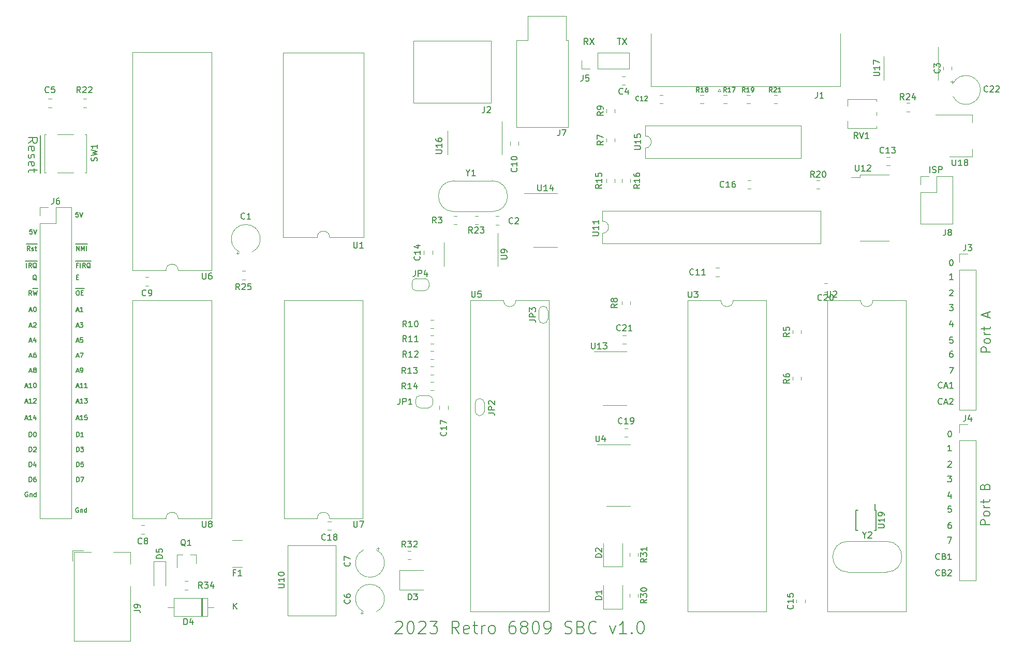
<source format=gbr>
G04 #@! TF.GenerationSoftware,KiCad,Pcbnew,(5.1.2)-2*
G04 #@! TF.CreationDate,2023-03-19T23:22:58+01:00*
G04 #@! TF.ProjectId,Retro_6809_SBC,52657472-6f5f-4363-9830-395f5342432e,rev?*
G04 #@! TF.SameCoordinates,Original*
G04 #@! TF.FileFunction,Legend,Top*
G04 #@! TF.FilePolarity,Positive*
%FSLAX46Y46*%
G04 Gerber Fmt 4.6, Leading zero omitted, Abs format (unit mm)*
G04 Created by KiCad (PCBNEW (5.1.2)-2) date 2023-03-19 23:22:58*
%MOMM*%
%LPD*%
G04 APERTURE LIST*
%ADD10C,0.150000*%
%ADD11C,0.120000*%
G04 APERTURE END LIST*
D10*
X145337333Y-47033580D02*
X145004000Y-46557390D01*
X144765904Y-47033580D02*
X144765904Y-46033580D01*
X145146857Y-46033580D01*
X145242095Y-46081200D01*
X145289714Y-46128819D01*
X145337333Y-46224057D01*
X145337333Y-46366914D01*
X145289714Y-46462152D01*
X145242095Y-46509771D01*
X145146857Y-46557390D01*
X144765904Y-46557390D01*
X145670666Y-46033580D02*
X146337333Y-47033580D01*
X146337333Y-46033580D02*
X145670666Y-47033580D01*
X150177695Y-46033580D02*
X150749123Y-46033580D01*
X150463409Y-47033580D02*
X150463409Y-46033580D01*
X150987219Y-46033580D02*
X151653885Y-47033580D01*
X151653885Y-46033580D02*
X150987219Y-47033580D01*
X201296809Y-68039380D02*
X201296809Y-67039380D01*
X201725380Y-67991761D02*
X201868238Y-68039380D01*
X202106333Y-68039380D01*
X202201571Y-67991761D01*
X202249190Y-67944142D01*
X202296809Y-67848904D01*
X202296809Y-67753666D01*
X202249190Y-67658428D01*
X202201571Y-67610809D01*
X202106333Y-67563190D01*
X201915857Y-67515571D01*
X201820619Y-67467952D01*
X201773000Y-67420333D01*
X201725380Y-67325095D01*
X201725380Y-67229857D01*
X201773000Y-67134619D01*
X201820619Y-67087000D01*
X201915857Y-67039380D01*
X202153952Y-67039380D01*
X202296809Y-67087000D01*
X202725380Y-68039380D02*
X202725380Y-67039380D01*
X203106333Y-67039380D01*
X203201571Y-67087000D01*
X203249190Y-67134619D01*
X203296809Y-67229857D01*
X203296809Y-67372714D01*
X203249190Y-67467952D01*
X203201571Y-67515571D01*
X203106333Y-67563190D01*
X202725380Y-67563190D01*
X61667356Y-111282951D02*
X61667356Y-110532951D01*
X61845928Y-110532951D01*
X61953070Y-110568666D01*
X62024499Y-110640094D01*
X62060213Y-110711523D01*
X62095928Y-110854380D01*
X62095928Y-110961523D01*
X62060213Y-111104380D01*
X62024499Y-111175808D01*
X61953070Y-111247237D01*
X61845928Y-111282951D01*
X61667356Y-111282951D01*
X62810213Y-111282951D02*
X62381642Y-111282951D01*
X62595928Y-111282951D02*
X62595928Y-110532951D01*
X62524499Y-110640094D01*
X62453070Y-110711523D01*
X62381642Y-110747237D01*
X61631641Y-108313333D02*
X61988784Y-108313333D01*
X61560213Y-108527618D02*
X61810213Y-107777618D01*
X62060213Y-108527618D01*
X62703070Y-108527618D02*
X62274499Y-108527618D01*
X62488784Y-108527618D02*
X62488784Y-107777618D01*
X62417356Y-107884761D01*
X62345927Y-107956190D01*
X62274499Y-107991904D01*
X63381641Y-107777618D02*
X63024499Y-107777618D01*
X62988784Y-108134761D01*
X63024499Y-108099047D01*
X63095927Y-108063333D01*
X63274499Y-108063333D01*
X63345927Y-108099047D01*
X63381641Y-108134761D01*
X63417356Y-108206190D01*
X63417356Y-108384761D01*
X63381641Y-108456190D01*
X63345927Y-108491904D01*
X63274499Y-108527618D01*
X63095927Y-108527618D01*
X63024499Y-108491904D01*
X62988784Y-108456190D01*
X61667356Y-116203617D02*
X61667356Y-115453617D01*
X61845928Y-115453617D01*
X61953070Y-115489332D01*
X62024499Y-115560760D01*
X62060213Y-115632189D01*
X62095928Y-115775046D01*
X62095928Y-115882189D01*
X62060213Y-116025046D01*
X62024499Y-116096474D01*
X61953070Y-116167903D01*
X61845928Y-116203617D01*
X61667356Y-116203617D01*
X62774499Y-115453617D02*
X62417356Y-115453617D01*
X62381642Y-115810760D01*
X62417356Y-115775046D01*
X62488785Y-115739332D01*
X62667356Y-115739332D01*
X62738785Y-115775046D01*
X62774499Y-115810760D01*
X62810213Y-115882189D01*
X62810213Y-116060760D01*
X62774499Y-116132189D01*
X62738785Y-116167903D01*
X62667356Y-116203617D01*
X62488785Y-116203617D01*
X62417356Y-116167903D01*
X62381642Y-116132189D01*
X61631641Y-105558000D02*
X61988784Y-105558000D01*
X61560213Y-105772285D02*
X61810213Y-105022285D01*
X62060213Y-105772285D01*
X62703070Y-105772285D02*
X62274499Y-105772285D01*
X62488784Y-105772285D02*
X62488784Y-105022285D01*
X62417356Y-105129428D01*
X62345927Y-105200857D01*
X62274499Y-105236571D01*
X62953070Y-105022285D02*
X63417356Y-105022285D01*
X63167356Y-105308000D01*
X63274499Y-105308000D01*
X63345927Y-105343714D01*
X63381641Y-105379428D01*
X63417356Y-105450857D01*
X63417356Y-105629428D01*
X63381641Y-105700857D01*
X63345927Y-105736571D01*
X63274499Y-105772285D01*
X63060213Y-105772285D01*
X62988784Y-105736571D01*
X62953070Y-105700857D01*
X61963857Y-122965000D02*
X61892428Y-122929285D01*
X61785285Y-122929285D01*
X61678142Y-122965000D01*
X61606714Y-123036428D01*
X61571000Y-123107857D01*
X61535285Y-123250714D01*
X61535285Y-123357857D01*
X61571000Y-123500714D01*
X61606714Y-123572142D01*
X61678142Y-123643571D01*
X61785285Y-123679285D01*
X61856714Y-123679285D01*
X61963857Y-123643571D01*
X61999571Y-123607857D01*
X61999571Y-123357857D01*
X61856714Y-123357857D01*
X62321000Y-123179285D02*
X62321000Y-123679285D01*
X62321000Y-123250714D02*
X62356714Y-123215000D01*
X62428142Y-123179285D01*
X62535285Y-123179285D01*
X62606714Y-123215000D01*
X62642428Y-123286428D01*
X62642428Y-123679285D01*
X63321000Y-123679285D02*
X63321000Y-122929285D01*
X63321000Y-123643571D02*
X63249571Y-123679285D01*
X63106714Y-123679285D01*
X63035285Y-123643571D01*
X62999571Y-123607857D01*
X62963857Y-123536428D01*
X62963857Y-123322142D01*
X62999571Y-123250714D01*
X63035285Y-123215000D01*
X63106714Y-123179285D01*
X63249571Y-123179285D01*
X63321000Y-123215000D01*
X61667356Y-113743284D02*
X61667356Y-112993284D01*
X61845928Y-112993284D01*
X61953070Y-113028999D01*
X62024499Y-113100427D01*
X62060213Y-113171856D01*
X62095928Y-113314713D01*
X62095928Y-113421856D01*
X62060213Y-113564713D01*
X62024499Y-113636141D01*
X61953070Y-113707570D01*
X61845928Y-113743284D01*
X61667356Y-113743284D01*
X62345928Y-112993284D02*
X62810213Y-112993284D01*
X62560213Y-113278999D01*
X62667356Y-113278999D01*
X62738785Y-113314713D01*
X62774499Y-113350427D01*
X62810213Y-113421856D01*
X62810213Y-113600427D01*
X62774499Y-113671856D01*
X62738785Y-113707570D01*
X62667356Y-113743284D01*
X62453070Y-113743284D01*
X62381642Y-113707570D01*
X62345928Y-113671856D01*
X61631641Y-100557664D02*
X61988784Y-100557664D01*
X61560213Y-100771949D02*
X61810213Y-100021949D01*
X62060213Y-100771949D01*
X62345927Y-100771949D02*
X62488784Y-100771949D01*
X62560213Y-100736235D01*
X62595927Y-100700521D01*
X62667356Y-100593378D01*
X62703070Y-100450521D01*
X62703070Y-100164806D01*
X62667356Y-100093378D01*
X62631641Y-100057664D01*
X62560213Y-100021949D01*
X62417356Y-100021949D01*
X62345927Y-100057664D01*
X62310213Y-100093378D01*
X62274498Y-100164806D01*
X62274498Y-100343378D01*
X62310213Y-100414806D01*
X62345927Y-100450521D01*
X62417356Y-100486235D01*
X62560213Y-100486235D01*
X62631641Y-100450521D01*
X62667356Y-100414806D01*
X62703070Y-100343378D01*
X61631641Y-93176665D02*
X61988784Y-93176665D01*
X61560213Y-93390950D02*
X61810213Y-92640950D01*
X62060213Y-93390950D01*
X62238784Y-92640950D02*
X62703070Y-92640950D01*
X62453070Y-92926665D01*
X62560213Y-92926665D01*
X62631641Y-92962379D01*
X62667356Y-92998093D01*
X62703070Y-93069522D01*
X62703070Y-93248093D01*
X62667356Y-93319522D01*
X62631641Y-93355236D01*
X62560213Y-93390950D01*
X62345927Y-93390950D01*
X62274498Y-93355236D01*
X62238784Y-93319522D01*
X61488785Y-79767333D02*
X62274499Y-79767333D01*
X61667356Y-80841618D02*
X61667356Y-80091618D01*
X62095927Y-80841618D01*
X62095927Y-80091618D01*
X62274499Y-79767333D02*
X63131642Y-79767333D01*
X62453070Y-80841618D02*
X62453070Y-80091618D01*
X62703070Y-80627333D01*
X62953070Y-80091618D01*
X62953070Y-80841618D01*
X63131642Y-79767333D02*
X63488785Y-79767333D01*
X63310213Y-80841618D02*
X63310213Y-80091618D01*
X61922142Y-74542285D02*
X61565000Y-74542285D01*
X61529285Y-74899428D01*
X61565000Y-74863714D01*
X61636428Y-74828000D01*
X61815000Y-74828000D01*
X61886428Y-74863714D01*
X61922142Y-74899428D01*
X61957857Y-74970857D01*
X61957857Y-75149428D01*
X61922142Y-75220857D01*
X61886428Y-75256571D01*
X61815000Y-75292285D01*
X61636428Y-75292285D01*
X61565000Y-75256571D01*
X61529285Y-75220857D01*
X62172142Y-74542285D02*
X62422142Y-75292285D01*
X62672142Y-74542285D01*
X61631641Y-95636998D02*
X61988784Y-95636998D01*
X61560213Y-95851283D02*
X61810213Y-95101283D01*
X62060213Y-95851283D01*
X62667356Y-95101283D02*
X62310213Y-95101283D01*
X62274498Y-95458426D01*
X62310213Y-95422712D01*
X62381641Y-95386998D01*
X62560213Y-95386998D01*
X62631641Y-95422712D01*
X62667356Y-95458426D01*
X62703070Y-95529855D01*
X62703070Y-95708426D01*
X62667356Y-95779855D01*
X62631641Y-95815569D01*
X62560213Y-95851283D01*
X62381641Y-95851283D01*
X62310213Y-95815569D01*
X62274498Y-95779855D01*
X61631641Y-103018000D02*
X61988784Y-103018000D01*
X61560213Y-103232285D02*
X61810213Y-102482285D01*
X62060213Y-103232285D01*
X62703070Y-103232285D02*
X62274499Y-103232285D01*
X62488784Y-103232285D02*
X62488784Y-102482285D01*
X62417356Y-102589428D01*
X62345927Y-102660857D01*
X62274499Y-102696571D01*
X63417356Y-103232285D02*
X62988784Y-103232285D01*
X63203070Y-103232285D02*
X63203070Y-102482285D01*
X63131641Y-102589428D01*
X63060213Y-102660857D01*
X62988784Y-102696571D01*
X61667355Y-85186428D02*
X61917355Y-85186428D01*
X62024498Y-85579285D02*
X61667355Y-85579285D01*
X61667355Y-84829285D01*
X62024498Y-84829285D01*
X61631641Y-98097331D02*
X61988784Y-98097331D01*
X61560213Y-98311616D02*
X61810213Y-97561616D01*
X62060213Y-98311616D01*
X62238784Y-97561616D02*
X62738784Y-97561616D01*
X62417356Y-98311616D01*
X61488785Y-87045000D02*
X62274499Y-87045000D01*
X61810213Y-87369285D02*
X61953070Y-87369285D01*
X62024499Y-87405000D01*
X62095928Y-87476428D01*
X62131642Y-87619285D01*
X62131642Y-87869285D01*
X62095928Y-88012142D01*
X62024499Y-88083571D01*
X61953070Y-88119285D01*
X61810213Y-88119285D01*
X61738785Y-88083571D01*
X61667356Y-88012142D01*
X61631642Y-87869285D01*
X61631642Y-87619285D01*
X61667356Y-87476428D01*
X61738785Y-87405000D01*
X61810213Y-87369285D01*
X62274499Y-87045000D02*
X62953070Y-87045000D01*
X62453070Y-87726428D02*
X62703070Y-87726428D01*
X62810213Y-88119285D02*
X62453070Y-88119285D01*
X62453070Y-87369285D01*
X62810213Y-87369285D01*
X61488784Y-82522666D02*
X62131642Y-82522666D01*
X61917356Y-83204094D02*
X61667356Y-83204094D01*
X61667356Y-83596951D02*
X61667356Y-82846951D01*
X62024499Y-82846951D01*
X62131642Y-82522666D02*
X62488784Y-82522666D01*
X62310213Y-83596951D02*
X62310213Y-82846951D01*
X62488784Y-82522666D02*
X63238784Y-82522666D01*
X63095927Y-83596951D02*
X62845927Y-83239808D01*
X62667356Y-83596951D02*
X62667356Y-82846951D01*
X62953070Y-82846951D01*
X63024499Y-82882666D01*
X63060213Y-82918380D01*
X63095927Y-82989808D01*
X63095927Y-83096951D01*
X63060213Y-83168380D01*
X63024499Y-83204094D01*
X62953070Y-83239808D01*
X62667356Y-83239808D01*
X63238784Y-82522666D02*
X64024499Y-82522666D01*
X63917356Y-83668380D02*
X63845927Y-83632666D01*
X63774499Y-83561237D01*
X63667356Y-83454094D01*
X63595927Y-83418380D01*
X63524499Y-83418380D01*
X63560213Y-83596951D02*
X63488784Y-83561237D01*
X63417356Y-83489808D01*
X63381642Y-83346951D01*
X63381642Y-83096951D01*
X63417356Y-82954094D01*
X63488784Y-82882666D01*
X63560213Y-82846951D01*
X63703070Y-82846951D01*
X63774499Y-82882666D01*
X63845927Y-82954094D01*
X63881642Y-83096951D01*
X63881642Y-83346951D01*
X63845927Y-83489808D01*
X63774499Y-83561237D01*
X63703070Y-83596951D01*
X63560213Y-83596951D01*
X61667356Y-118663950D02*
X61667356Y-117913950D01*
X61845928Y-117913950D01*
X61953070Y-117949665D01*
X62024499Y-118021093D01*
X62060213Y-118092522D01*
X62095928Y-118235379D01*
X62095928Y-118342522D01*
X62060213Y-118485379D01*
X62024499Y-118556807D01*
X61953070Y-118628236D01*
X61845928Y-118663950D01*
X61667356Y-118663950D01*
X62345928Y-117913950D02*
X62845928Y-117913950D01*
X62524499Y-118663950D01*
X61631641Y-90572000D02*
X61988784Y-90572000D01*
X61560213Y-90786285D02*
X61810213Y-90036285D01*
X62060213Y-90786285D01*
X62703070Y-90786285D02*
X62274498Y-90786285D01*
X62488784Y-90786285D02*
X62488784Y-90036285D01*
X62417356Y-90143428D01*
X62345927Y-90214857D01*
X62274498Y-90250571D01*
X53999641Y-90572000D02*
X54356784Y-90572000D01*
X53928213Y-90786285D02*
X54178213Y-90036285D01*
X54428213Y-90786285D01*
X54821070Y-90036285D02*
X54892498Y-90036285D01*
X54963927Y-90072000D01*
X54999641Y-90107714D01*
X55035356Y-90179142D01*
X55071070Y-90322000D01*
X55071070Y-90500571D01*
X55035356Y-90643428D01*
X54999641Y-90714857D01*
X54963927Y-90750571D01*
X54892498Y-90786285D01*
X54821070Y-90786285D01*
X54749641Y-90750571D01*
X54713927Y-90714857D01*
X54678213Y-90643428D01*
X54642498Y-90500571D01*
X54642498Y-90322000D01*
X54678213Y-90179142D01*
X54713927Y-90107714D01*
X54749641Y-90072000D01*
X54821070Y-90036285D01*
X53928213Y-118663950D02*
X53928213Y-117913950D01*
X54106785Y-117913950D01*
X54213927Y-117949665D01*
X54285356Y-118021093D01*
X54321070Y-118092522D01*
X54356785Y-118235379D01*
X54356785Y-118342522D01*
X54321070Y-118485379D01*
X54285356Y-118556807D01*
X54213927Y-118628236D01*
X54106785Y-118663950D01*
X53928213Y-118663950D01*
X54999642Y-117913950D02*
X54856785Y-117913950D01*
X54785356Y-117949665D01*
X54749642Y-117985379D01*
X54678213Y-118092522D01*
X54642499Y-118235379D01*
X54642499Y-118521093D01*
X54678213Y-118592522D01*
X54713927Y-118628236D01*
X54785356Y-118663950D01*
X54928213Y-118663950D01*
X54999642Y-118628236D01*
X55035356Y-118592522D01*
X55071070Y-118521093D01*
X55071070Y-118342522D01*
X55035356Y-118271093D01*
X54999642Y-118235379D01*
X54928213Y-118199665D01*
X54785356Y-118199665D01*
X54713927Y-118235379D01*
X54678213Y-118271093D01*
X54642499Y-118342522D01*
X53285355Y-108313333D02*
X53642498Y-108313333D01*
X53213927Y-108527618D02*
X53463927Y-107777618D01*
X53713927Y-108527618D01*
X54356784Y-108527618D02*
X53928213Y-108527618D01*
X54142498Y-108527618D02*
X54142498Y-107777618D01*
X54071070Y-107884761D01*
X53999641Y-107956190D01*
X53928213Y-107991904D01*
X54999641Y-108027618D02*
X54999641Y-108527618D01*
X54821070Y-107741904D02*
X54642498Y-108277618D01*
X55106784Y-108277618D01*
X53285355Y-105558000D02*
X53642498Y-105558000D01*
X53213927Y-105772285D02*
X53463927Y-105022285D01*
X53713927Y-105772285D01*
X54356784Y-105772285D02*
X53928213Y-105772285D01*
X54142498Y-105772285D02*
X54142498Y-105022285D01*
X54071070Y-105129428D01*
X53999641Y-105200857D01*
X53928213Y-105236571D01*
X54642498Y-105093714D02*
X54678213Y-105058000D01*
X54749641Y-105022285D01*
X54928213Y-105022285D01*
X54999641Y-105058000D01*
X55035355Y-105093714D01*
X55071070Y-105165142D01*
X55071070Y-105236571D01*
X55035355Y-105343714D01*
X54606784Y-105772285D01*
X55071070Y-105772285D01*
X53678213Y-120409998D02*
X53606784Y-120374283D01*
X53499641Y-120374283D01*
X53392498Y-120409998D01*
X53321070Y-120481426D01*
X53285356Y-120552855D01*
X53249641Y-120695712D01*
X53249641Y-120802855D01*
X53285356Y-120945712D01*
X53321070Y-121017140D01*
X53392498Y-121088569D01*
X53499641Y-121124283D01*
X53571070Y-121124283D01*
X53678213Y-121088569D01*
X53713927Y-121052855D01*
X53713927Y-120802855D01*
X53571070Y-120802855D01*
X54035356Y-120624283D02*
X54035356Y-121124283D01*
X54035356Y-120695712D02*
X54071070Y-120659998D01*
X54142498Y-120624283D01*
X54249641Y-120624283D01*
X54321070Y-120659998D01*
X54356784Y-120731426D01*
X54356784Y-121124283D01*
X55035356Y-121124283D02*
X55035356Y-120374283D01*
X55035356Y-121088569D02*
X54963927Y-121124283D01*
X54821070Y-121124283D01*
X54749641Y-121088569D01*
X54713927Y-121052855D01*
X54678213Y-120981426D01*
X54678213Y-120767140D01*
X54713927Y-120695712D01*
X54749641Y-120659998D01*
X54821070Y-120624283D01*
X54963927Y-120624283D01*
X55035356Y-120659998D01*
X53928213Y-113743284D02*
X53928213Y-112993284D01*
X54106785Y-112993284D01*
X54213927Y-113028999D01*
X54285356Y-113100427D01*
X54321070Y-113171856D01*
X54356785Y-113314713D01*
X54356785Y-113421856D01*
X54321070Y-113564713D01*
X54285356Y-113636141D01*
X54213927Y-113707570D01*
X54106785Y-113743284D01*
X53928213Y-113743284D01*
X54642499Y-113064713D02*
X54678213Y-113028999D01*
X54749642Y-112993284D01*
X54928213Y-112993284D01*
X54999642Y-113028999D01*
X55035356Y-113064713D01*
X55071070Y-113136141D01*
X55071070Y-113207570D01*
X55035356Y-113314713D01*
X54606785Y-113743284D01*
X55071070Y-113743284D01*
X53928213Y-116203617D02*
X53928213Y-115453617D01*
X54106785Y-115453617D01*
X54213927Y-115489332D01*
X54285356Y-115560760D01*
X54321070Y-115632189D01*
X54356785Y-115775046D01*
X54356785Y-115882189D01*
X54321070Y-116025046D01*
X54285356Y-116096474D01*
X54213927Y-116167903D01*
X54106785Y-116203617D01*
X53928213Y-116203617D01*
X54999642Y-115703617D02*
X54999642Y-116203617D01*
X54821070Y-115417903D02*
X54642499Y-115953617D01*
X55106785Y-115953617D01*
X53928213Y-111282951D02*
X53928213Y-110532951D01*
X54106785Y-110532951D01*
X54213927Y-110568666D01*
X54285356Y-110640094D01*
X54321070Y-110711523D01*
X54356785Y-110854380D01*
X54356785Y-110961523D01*
X54321070Y-111104380D01*
X54285356Y-111175808D01*
X54213927Y-111247237D01*
X54106785Y-111282951D01*
X53928213Y-111282951D01*
X54821070Y-110532951D02*
X54892499Y-110532951D01*
X54963927Y-110568666D01*
X54999642Y-110604380D01*
X55035356Y-110675808D01*
X55071070Y-110818666D01*
X55071070Y-110997237D01*
X55035356Y-111140094D01*
X54999642Y-111211523D01*
X54963927Y-111247237D01*
X54892499Y-111282951D01*
X54821070Y-111282951D01*
X54749642Y-111247237D01*
X54713927Y-111211523D01*
X54678213Y-111140094D01*
X54642499Y-110997237D01*
X54642499Y-110818666D01*
X54678213Y-110675808D01*
X54713927Y-110604380D01*
X54749642Y-110568666D01*
X54821070Y-110532951D01*
X53285355Y-103018000D02*
X53642498Y-103018000D01*
X53213927Y-103232285D02*
X53463927Y-102482285D01*
X53713927Y-103232285D01*
X54356784Y-103232285D02*
X53928213Y-103232285D01*
X54142498Y-103232285D02*
X54142498Y-102482285D01*
X54071070Y-102589428D01*
X53999641Y-102660857D01*
X53928213Y-102696571D01*
X54821070Y-102482285D02*
X54892498Y-102482285D01*
X54963927Y-102518000D01*
X54999641Y-102553714D01*
X55035355Y-102625142D01*
X55071070Y-102768000D01*
X55071070Y-102946571D01*
X55035355Y-103089428D01*
X54999641Y-103160857D01*
X54963927Y-103196571D01*
X54892498Y-103232285D01*
X54821070Y-103232285D01*
X54749641Y-103196571D01*
X54713927Y-103160857D01*
X54678213Y-103089428D01*
X54642498Y-102946571D01*
X54642498Y-102768000D01*
X54678213Y-102625142D01*
X54713927Y-102553714D01*
X54749641Y-102518000D01*
X54821070Y-102482285D01*
X53999641Y-100557664D02*
X54356784Y-100557664D01*
X53928213Y-100771949D02*
X54178213Y-100021949D01*
X54428213Y-100771949D01*
X54785356Y-100343378D02*
X54713927Y-100307664D01*
X54678213Y-100271949D01*
X54642498Y-100200521D01*
X54642498Y-100164806D01*
X54678213Y-100093378D01*
X54713927Y-100057664D01*
X54785356Y-100021949D01*
X54928213Y-100021949D01*
X54999641Y-100057664D01*
X55035356Y-100093378D01*
X55071070Y-100164806D01*
X55071070Y-100200521D01*
X55035356Y-100271949D01*
X54999641Y-100307664D01*
X54928213Y-100343378D01*
X54785356Y-100343378D01*
X54713927Y-100379092D01*
X54678213Y-100414806D01*
X54642498Y-100486235D01*
X54642498Y-100629092D01*
X54678213Y-100700521D01*
X54713927Y-100736235D01*
X54785356Y-100771949D01*
X54928213Y-100771949D01*
X54999641Y-100736235D01*
X55035356Y-100700521D01*
X55071070Y-100629092D01*
X55071070Y-100486235D01*
X55035356Y-100414806D01*
X54999641Y-100379092D01*
X54928213Y-100343378D01*
X54338927Y-88119285D02*
X54088927Y-87762142D01*
X53910356Y-88119285D02*
X53910356Y-87369285D01*
X54196070Y-87369285D01*
X54267498Y-87405000D01*
X54303213Y-87440714D01*
X54338927Y-87512142D01*
X54338927Y-87619285D01*
X54303213Y-87690714D01*
X54267498Y-87726428D01*
X54196070Y-87762142D01*
X53910356Y-87762142D01*
X54481784Y-87045000D02*
X55338927Y-87045000D01*
X54588927Y-87369285D02*
X54767498Y-88119285D01*
X54910356Y-87583571D01*
X55053213Y-88119285D01*
X55231784Y-87369285D01*
X53999641Y-98097331D02*
X54356784Y-98097331D01*
X53928213Y-98311616D02*
X54178213Y-97561616D01*
X54428213Y-98311616D01*
X54999641Y-97561616D02*
X54856784Y-97561616D01*
X54785356Y-97597331D01*
X54749641Y-97633045D01*
X54678213Y-97740188D01*
X54642498Y-97883045D01*
X54642498Y-98168759D01*
X54678213Y-98240188D01*
X54713927Y-98275902D01*
X54785356Y-98311616D01*
X54928213Y-98311616D01*
X54999641Y-98275902D01*
X55035356Y-98240188D01*
X55071070Y-98168759D01*
X55071070Y-97990188D01*
X55035356Y-97918759D01*
X54999641Y-97883045D01*
X54928213Y-97847331D01*
X54785356Y-97847331D01*
X54713927Y-97883045D01*
X54678213Y-97918759D01*
X54642498Y-97990188D01*
X53321070Y-82522666D02*
X53678213Y-82522666D01*
X53499641Y-83596951D02*
X53499641Y-82846951D01*
X53678213Y-82522666D02*
X54428213Y-82522666D01*
X54285356Y-83596951D02*
X54035356Y-83239808D01*
X53856784Y-83596951D02*
X53856784Y-82846951D01*
X54142499Y-82846951D01*
X54213927Y-82882666D01*
X54249641Y-82918380D01*
X54285356Y-82989808D01*
X54285356Y-83096951D01*
X54249641Y-83168380D01*
X54213927Y-83204094D01*
X54142499Y-83239808D01*
X53856784Y-83239808D01*
X54428213Y-82522666D02*
X55213927Y-82522666D01*
X55106784Y-83668380D02*
X55035356Y-83632666D01*
X54963927Y-83561237D01*
X54856784Y-83454094D01*
X54785356Y-83418380D01*
X54713927Y-83418380D01*
X54749641Y-83596951D02*
X54678213Y-83561237D01*
X54606784Y-83489808D01*
X54571070Y-83346951D01*
X54571070Y-83096951D01*
X54606784Y-82954094D01*
X54678213Y-82882666D01*
X54749641Y-82846951D01*
X54892499Y-82846951D01*
X54963927Y-82882666D01*
X55035356Y-82954094D01*
X55071070Y-83096951D01*
X55071070Y-83346951D01*
X55035356Y-83489808D01*
X54963927Y-83561237D01*
X54892499Y-83596951D01*
X54749641Y-83596951D01*
X53428213Y-79767333D02*
X54178213Y-79767333D01*
X54035356Y-80841618D02*
X53785356Y-80484475D01*
X53606785Y-80841618D02*
X53606785Y-80091618D01*
X53892499Y-80091618D01*
X53963928Y-80127333D01*
X53999642Y-80163047D01*
X54035356Y-80234475D01*
X54035356Y-80341618D01*
X53999642Y-80413047D01*
X53963928Y-80448761D01*
X53892499Y-80484475D01*
X53606785Y-80484475D01*
X54178213Y-79767333D02*
X54785356Y-79767333D01*
X54321071Y-80805904D02*
X54392499Y-80841618D01*
X54535356Y-80841618D01*
X54606785Y-80805904D01*
X54642499Y-80734475D01*
X54642499Y-80698761D01*
X54606785Y-80627333D01*
X54535356Y-80591618D01*
X54428213Y-80591618D01*
X54356785Y-80555904D01*
X54321071Y-80484475D01*
X54321071Y-80448761D01*
X54356785Y-80377333D01*
X54428213Y-80341618D01*
X54535356Y-80341618D01*
X54606785Y-80377333D01*
X54785356Y-79767333D02*
X55213928Y-79767333D01*
X54856785Y-80341618D02*
X55142499Y-80341618D01*
X54963928Y-80091618D02*
X54963928Y-80734475D01*
X54999642Y-80805904D01*
X55071071Y-80841618D01*
X55142499Y-80841618D01*
X54392498Y-77336285D02*
X54035356Y-77336285D01*
X53999641Y-77693428D01*
X54035356Y-77657714D01*
X54106784Y-77622000D01*
X54285356Y-77622000D01*
X54356784Y-77657714D01*
X54392498Y-77693428D01*
X54428213Y-77764857D01*
X54428213Y-77943428D01*
X54392498Y-78014857D01*
X54356784Y-78050571D01*
X54285356Y-78086285D01*
X54106784Y-78086285D01*
X54035356Y-78050571D01*
X53999641Y-78014857D01*
X54642498Y-77336285D02*
X54892498Y-78086285D01*
X55142498Y-77336285D01*
X53999641Y-95636998D02*
X54356784Y-95636998D01*
X53928213Y-95851283D02*
X54178213Y-95101283D01*
X54428213Y-95851283D01*
X54999641Y-95351283D02*
X54999641Y-95851283D01*
X54821070Y-95065569D02*
X54642498Y-95601283D01*
X55106784Y-95601283D01*
X55106785Y-85650714D02*
X55035356Y-85615000D01*
X54963928Y-85543571D01*
X54856785Y-85436428D01*
X54785356Y-85400714D01*
X54713928Y-85400714D01*
X54749642Y-85579285D02*
X54678213Y-85543571D01*
X54606785Y-85472142D01*
X54571071Y-85329285D01*
X54571071Y-85079285D01*
X54606785Y-84936428D01*
X54678213Y-84865000D01*
X54749642Y-84829285D01*
X54892499Y-84829285D01*
X54963928Y-84865000D01*
X55035356Y-84936428D01*
X55071071Y-85079285D01*
X55071071Y-85329285D01*
X55035356Y-85472142D01*
X54963928Y-85543571D01*
X54892499Y-85579285D01*
X54749642Y-85579285D01*
X53999641Y-93176665D02*
X54356784Y-93176665D01*
X53928213Y-93390950D02*
X54178213Y-92640950D01*
X54428213Y-93390950D01*
X54642498Y-92712379D02*
X54678213Y-92676665D01*
X54749641Y-92640950D01*
X54928213Y-92640950D01*
X54999641Y-92676665D01*
X55035356Y-92712379D01*
X55071070Y-92783807D01*
X55071070Y-92855236D01*
X55035356Y-92962379D01*
X54606784Y-93390950D01*
X55071070Y-93390950D01*
X55720000Y-61975571D02*
X55720000Y-63475571D01*
X53766428Y-63189857D02*
X54480714Y-62689857D01*
X53766428Y-62332714D02*
X55266428Y-62332714D01*
X55266428Y-62904142D01*
X55195000Y-63047000D01*
X55123571Y-63118428D01*
X54980714Y-63189857D01*
X54766428Y-63189857D01*
X54623571Y-63118428D01*
X54552142Y-63047000D01*
X54480714Y-62904142D01*
X54480714Y-62332714D01*
X55720000Y-63475571D02*
X55720000Y-64761285D01*
X53837857Y-64404142D02*
X53766428Y-64261285D01*
X53766428Y-63975571D01*
X53837857Y-63832714D01*
X53980714Y-63761285D01*
X54552142Y-63761285D01*
X54695000Y-63832714D01*
X54766428Y-63975571D01*
X54766428Y-64261285D01*
X54695000Y-64404142D01*
X54552142Y-64475571D01*
X54409285Y-64475571D01*
X54266428Y-63761285D01*
X55720000Y-64761285D02*
X55720000Y-65975571D01*
X53837857Y-65047000D02*
X53766428Y-65189857D01*
X53766428Y-65475571D01*
X53837857Y-65618428D01*
X53980714Y-65689857D01*
X54052142Y-65689857D01*
X54195000Y-65618428D01*
X54266428Y-65475571D01*
X54266428Y-65261285D01*
X54337857Y-65118428D01*
X54480714Y-65047000D01*
X54552142Y-65047000D01*
X54695000Y-65118428D01*
X54766428Y-65261285D01*
X54766428Y-65475571D01*
X54695000Y-65618428D01*
X55720000Y-65975571D02*
X55720000Y-67261285D01*
X53837857Y-66904142D02*
X53766428Y-66761285D01*
X53766428Y-66475571D01*
X53837857Y-66332714D01*
X53980714Y-66261285D01*
X54552142Y-66261285D01*
X54695000Y-66332714D01*
X54766428Y-66475571D01*
X54766428Y-66761285D01*
X54695000Y-66904142D01*
X54552142Y-66975571D01*
X54409285Y-66975571D01*
X54266428Y-66261285D01*
X55720000Y-67261285D02*
X55720000Y-68118428D01*
X54766428Y-67404142D02*
X54766428Y-67975571D01*
X55266428Y-67618428D02*
X53980714Y-67618428D01*
X53837857Y-67689857D01*
X53766428Y-67832714D01*
X53766428Y-67975571D01*
X211079571Y-125736714D02*
X209579571Y-125736714D01*
X209579571Y-125165285D01*
X209651000Y-125022428D01*
X209722428Y-124951000D01*
X209865285Y-124879571D01*
X210079571Y-124879571D01*
X210222428Y-124951000D01*
X210293857Y-125022428D01*
X210365285Y-125165285D01*
X210365285Y-125736714D01*
X211079571Y-124022428D02*
X211008142Y-124165285D01*
X210936714Y-124236714D01*
X210793857Y-124308142D01*
X210365285Y-124308142D01*
X210222428Y-124236714D01*
X210151000Y-124165285D01*
X210079571Y-124022428D01*
X210079571Y-123808142D01*
X210151000Y-123665285D01*
X210222428Y-123593857D01*
X210365285Y-123522428D01*
X210793857Y-123522428D01*
X210936714Y-123593857D01*
X211008142Y-123665285D01*
X211079571Y-123808142D01*
X211079571Y-124022428D01*
X211079571Y-122879571D02*
X210079571Y-122879571D01*
X210365285Y-122879571D02*
X210222428Y-122808142D01*
X210151000Y-122736714D01*
X210079571Y-122593857D01*
X210079571Y-122451000D01*
X210079571Y-122165285D02*
X210079571Y-121593857D01*
X209579571Y-121951000D02*
X210865285Y-121951000D01*
X211008142Y-121879571D01*
X211079571Y-121736714D01*
X211079571Y-121593857D01*
X210293857Y-119451000D02*
X210365285Y-119236714D01*
X210436714Y-119165285D01*
X210579571Y-119093857D01*
X210793857Y-119093857D01*
X210936714Y-119165285D01*
X211008142Y-119236714D01*
X211079571Y-119379571D01*
X211079571Y-119951000D01*
X209579571Y-119951000D01*
X209579571Y-119451000D01*
X209651000Y-119308142D01*
X209722428Y-119236714D01*
X209865285Y-119165285D01*
X210008142Y-119165285D01*
X210151000Y-119236714D01*
X210222428Y-119308142D01*
X210293857Y-119451000D01*
X210293857Y-119951000D01*
X202876333Y-133984142D02*
X202828714Y-134031761D01*
X202685857Y-134079380D01*
X202590619Y-134079380D01*
X202447761Y-134031761D01*
X202352523Y-133936523D01*
X202304904Y-133841285D01*
X202257285Y-133650809D01*
X202257285Y-133507952D01*
X202304904Y-133317476D01*
X202352523Y-133222238D01*
X202447761Y-133127000D01*
X202590619Y-133079380D01*
X202685857Y-133079380D01*
X202828714Y-133127000D01*
X202876333Y-133174619D01*
X203638238Y-133555571D02*
X203781095Y-133603190D01*
X203828714Y-133650809D01*
X203876333Y-133746047D01*
X203876333Y-133888904D01*
X203828714Y-133984142D01*
X203781095Y-134031761D01*
X203685857Y-134079380D01*
X203304904Y-134079380D01*
X203304904Y-133079380D01*
X203638238Y-133079380D01*
X203733476Y-133127000D01*
X203781095Y-133174619D01*
X203828714Y-133269857D01*
X203828714Y-133365095D01*
X203781095Y-133460333D01*
X203733476Y-133507952D01*
X203638238Y-133555571D01*
X203304904Y-133555571D01*
X204257285Y-133174619D02*
X204304904Y-133127000D01*
X204400142Y-133079380D01*
X204638238Y-133079380D01*
X204733476Y-133127000D01*
X204781095Y-133174619D01*
X204828714Y-133269857D01*
X204828714Y-133365095D01*
X204781095Y-133507952D01*
X204209666Y-134079380D01*
X204828714Y-134079380D01*
X202876333Y-131317142D02*
X202828714Y-131364761D01*
X202685857Y-131412380D01*
X202590619Y-131412380D01*
X202447761Y-131364761D01*
X202352523Y-131269523D01*
X202304904Y-131174285D01*
X202257285Y-130983809D01*
X202257285Y-130840952D01*
X202304904Y-130650476D01*
X202352523Y-130555238D01*
X202447761Y-130460000D01*
X202590619Y-130412380D01*
X202685857Y-130412380D01*
X202828714Y-130460000D01*
X202876333Y-130507619D01*
X203638238Y-130888571D02*
X203781095Y-130936190D01*
X203828714Y-130983809D01*
X203876333Y-131079047D01*
X203876333Y-131221904D01*
X203828714Y-131317142D01*
X203781095Y-131364761D01*
X203685857Y-131412380D01*
X203304904Y-131412380D01*
X203304904Y-130412380D01*
X203638238Y-130412380D01*
X203733476Y-130460000D01*
X203781095Y-130507619D01*
X203828714Y-130602857D01*
X203828714Y-130698095D01*
X203781095Y-130793333D01*
X203733476Y-130840952D01*
X203638238Y-130888571D01*
X203304904Y-130888571D01*
X204828714Y-131412380D02*
X204257285Y-131412380D01*
X204543000Y-131412380D02*
X204543000Y-130412380D01*
X204447761Y-130555238D01*
X204352523Y-130650476D01*
X204257285Y-130698095D01*
X203289190Y-105917142D02*
X203241571Y-105964761D01*
X203098714Y-106012380D01*
X203003476Y-106012380D01*
X202860619Y-105964761D01*
X202765381Y-105869523D01*
X202717762Y-105774285D01*
X202670143Y-105583809D01*
X202670143Y-105440952D01*
X202717762Y-105250476D01*
X202765381Y-105155238D01*
X202860619Y-105060000D01*
X203003476Y-105012380D01*
X203098714Y-105012380D01*
X203241571Y-105060000D01*
X203289190Y-105107619D01*
X203670143Y-105726666D02*
X204146333Y-105726666D01*
X203574905Y-106012380D02*
X203908238Y-105012380D01*
X204241571Y-106012380D01*
X204527286Y-105107619D02*
X204574905Y-105060000D01*
X204670143Y-105012380D01*
X204908238Y-105012380D01*
X205003476Y-105060000D01*
X205051095Y-105107619D01*
X205098714Y-105202857D01*
X205098714Y-105298095D01*
X205051095Y-105440952D01*
X204479667Y-106012380D01*
X205098714Y-106012380D01*
X203289190Y-103250142D02*
X203241571Y-103297761D01*
X203098714Y-103345380D01*
X203003476Y-103345380D01*
X202860619Y-103297761D01*
X202765381Y-103202523D01*
X202717762Y-103107285D01*
X202670143Y-102916809D01*
X202670143Y-102773952D01*
X202717762Y-102583476D01*
X202765381Y-102488238D01*
X202860619Y-102393000D01*
X203003476Y-102345380D01*
X203098714Y-102345380D01*
X203241571Y-102393000D01*
X203289190Y-102440619D01*
X203670143Y-103059666D02*
X204146333Y-103059666D01*
X203574905Y-103345380D02*
X203908238Y-102345380D01*
X204241571Y-103345380D01*
X205098714Y-103345380D02*
X204527286Y-103345380D01*
X204813000Y-103345380D02*
X204813000Y-102345380D01*
X204717762Y-102488238D01*
X204622524Y-102583476D01*
X204527286Y-102631095D01*
X204733476Y-125332380D02*
X204543000Y-125332380D01*
X204447761Y-125380000D01*
X204400142Y-125427619D01*
X204304904Y-125570476D01*
X204257285Y-125760952D01*
X204257285Y-126141904D01*
X204304904Y-126237142D01*
X204352523Y-126284761D01*
X204447761Y-126332380D01*
X204638238Y-126332380D01*
X204733476Y-126284761D01*
X204781095Y-126237142D01*
X204828714Y-126141904D01*
X204828714Y-125903809D01*
X204781095Y-125808571D01*
X204733476Y-125760952D01*
X204638238Y-125713333D01*
X204447761Y-125713333D01*
X204352523Y-125760952D01*
X204304904Y-125808571D01*
X204257285Y-125903809D01*
X204781095Y-122665380D02*
X204304904Y-122665380D01*
X204257285Y-123141571D01*
X204304904Y-123093952D01*
X204400142Y-123046333D01*
X204638238Y-123046333D01*
X204733476Y-123093952D01*
X204781095Y-123141571D01*
X204828714Y-123236809D01*
X204828714Y-123474904D01*
X204781095Y-123570142D01*
X204733476Y-123617761D01*
X204638238Y-123665380D01*
X204400142Y-123665380D01*
X204304904Y-123617761D01*
X204257285Y-123570142D01*
X204733476Y-120712714D02*
X204733476Y-121379380D01*
X204495380Y-120331761D02*
X204257285Y-121046047D01*
X204876333Y-121046047D01*
X204209666Y-127745380D02*
X204876333Y-127745380D01*
X204447761Y-128745380D01*
X204209666Y-117712380D02*
X204828714Y-117712380D01*
X204495380Y-118093333D01*
X204638238Y-118093333D01*
X204733476Y-118140952D01*
X204781095Y-118188571D01*
X204828714Y-118283809D01*
X204828714Y-118521904D01*
X204781095Y-118617142D01*
X204733476Y-118664761D01*
X204638238Y-118712380D01*
X204352523Y-118712380D01*
X204257285Y-118664761D01*
X204209666Y-118617142D01*
X204257285Y-115394619D02*
X204304904Y-115347000D01*
X204400142Y-115299380D01*
X204638238Y-115299380D01*
X204733476Y-115347000D01*
X204781095Y-115394619D01*
X204828714Y-115489857D01*
X204828714Y-115585095D01*
X204781095Y-115727952D01*
X204209666Y-116299380D01*
X204828714Y-116299380D01*
X204495380Y-110346380D02*
X204590619Y-110346380D01*
X204685857Y-110394000D01*
X204733476Y-110441619D01*
X204781095Y-110536857D01*
X204828714Y-110727333D01*
X204828714Y-110965428D01*
X204781095Y-111155904D01*
X204733476Y-111251142D01*
X204685857Y-111298761D01*
X204590619Y-111346380D01*
X204495380Y-111346380D01*
X204400142Y-111298761D01*
X204352523Y-111251142D01*
X204304904Y-111155904D01*
X204257285Y-110965428D01*
X204257285Y-110727333D01*
X204304904Y-110536857D01*
X204352523Y-110441619D01*
X204400142Y-110394000D01*
X204495380Y-110346380D01*
X204828714Y-113632380D02*
X204257285Y-113632380D01*
X204543000Y-113632380D02*
X204543000Y-112632380D01*
X204447761Y-112775238D01*
X204352523Y-112870476D01*
X204257285Y-112918095D01*
X205003476Y-97265380D02*
X204813000Y-97265380D01*
X204717761Y-97313000D01*
X204670142Y-97360619D01*
X204574904Y-97503476D01*
X204527285Y-97693952D01*
X204527285Y-98074904D01*
X204574904Y-98170142D01*
X204622523Y-98217761D01*
X204717761Y-98265380D01*
X204908238Y-98265380D01*
X205003476Y-98217761D01*
X205051095Y-98170142D01*
X205098714Y-98074904D01*
X205098714Y-97836809D01*
X205051095Y-97741571D01*
X205003476Y-97693952D01*
X204908238Y-97646333D01*
X204717761Y-97646333D01*
X204622523Y-97693952D01*
X204574904Y-97741571D01*
X204527285Y-97836809D01*
X204479666Y-99932380D02*
X205146333Y-99932380D01*
X204717761Y-100932380D01*
X205051095Y-94979380D02*
X204574904Y-94979380D01*
X204527285Y-95455571D01*
X204574904Y-95407952D01*
X204670142Y-95360333D01*
X204908238Y-95360333D01*
X205003476Y-95407952D01*
X205051095Y-95455571D01*
X205098714Y-95550809D01*
X205098714Y-95788904D01*
X205051095Y-95884142D01*
X205003476Y-95931761D01*
X204908238Y-95979380D01*
X204670142Y-95979380D01*
X204574904Y-95931761D01*
X204527285Y-95884142D01*
X204479666Y-89645380D02*
X205098714Y-89645380D01*
X204765380Y-90026333D01*
X204908238Y-90026333D01*
X205003476Y-90073952D01*
X205051095Y-90121571D01*
X205098714Y-90216809D01*
X205098714Y-90454904D01*
X205051095Y-90550142D01*
X205003476Y-90597761D01*
X204908238Y-90645380D01*
X204622523Y-90645380D01*
X204527285Y-90597761D01*
X204479666Y-90550142D01*
X205003476Y-92645714D02*
X205003476Y-93312380D01*
X204765380Y-92264761D02*
X204527285Y-92979047D01*
X205146333Y-92979047D01*
X204527285Y-87327619D02*
X204574904Y-87280000D01*
X204670142Y-87232380D01*
X204908238Y-87232380D01*
X205003476Y-87280000D01*
X205051095Y-87327619D01*
X205098714Y-87422857D01*
X205098714Y-87518095D01*
X205051095Y-87660952D01*
X204479666Y-88232380D01*
X205098714Y-88232380D01*
X205098714Y-85565380D02*
X204527285Y-85565380D01*
X204813000Y-85565380D02*
X204813000Y-84565380D01*
X204717761Y-84708238D01*
X204622523Y-84803476D01*
X204527285Y-84851095D01*
X204765380Y-82279380D02*
X204860619Y-82279380D01*
X204955857Y-82327000D01*
X205003476Y-82374619D01*
X205051095Y-82469857D01*
X205098714Y-82660333D01*
X205098714Y-82898428D01*
X205051095Y-83088904D01*
X205003476Y-83184142D01*
X204955857Y-83231761D01*
X204860619Y-83279380D01*
X204765380Y-83279380D01*
X204670142Y-83231761D01*
X204622523Y-83184142D01*
X204574904Y-83088904D01*
X204527285Y-82898428D01*
X204527285Y-82660333D01*
X204574904Y-82469857D01*
X204622523Y-82374619D01*
X204670142Y-82327000D01*
X204765380Y-82279380D01*
X211206571Y-97435571D02*
X209706571Y-97435571D01*
X209706571Y-96864142D01*
X209778000Y-96721285D01*
X209849428Y-96649857D01*
X209992285Y-96578428D01*
X210206571Y-96578428D01*
X210349428Y-96649857D01*
X210420857Y-96721285D01*
X210492285Y-96864142D01*
X210492285Y-97435571D01*
X211206571Y-95721285D02*
X211135142Y-95864142D01*
X211063714Y-95935571D01*
X210920857Y-96007000D01*
X210492285Y-96007000D01*
X210349428Y-95935571D01*
X210278000Y-95864142D01*
X210206571Y-95721285D01*
X210206571Y-95507000D01*
X210278000Y-95364142D01*
X210349428Y-95292714D01*
X210492285Y-95221285D01*
X210920857Y-95221285D01*
X211063714Y-95292714D01*
X211135142Y-95364142D01*
X211206571Y-95507000D01*
X211206571Y-95721285D01*
X211206571Y-94578428D02*
X210206571Y-94578428D01*
X210492285Y-94578428D02*
X210349428Y-94507000D01*
X210278000Y-94435571D01*
X210206571Y-94292714D01*
X210206571Y-94149857D01*
X210206571Y-93864142D02*
X210206571Y-93292714D01*
X209706571Y-93649857D02*
X210992285Y-93649857D01*
X211135142Y-93578428D01*
X211206571Y-93435571D01*
X211206571Y-93292714D01*
X210778000Y-91721285D02*
X210778000Y-91007000D01*
X211206571Y-91864142D02*
X209706571Y-91364142D01*
X211206571Y-90864142D01*
X113867666Y-141739238D02*
X113962904Y-141644000D01*
X114153380Y-141548761D01*
X114629571Y-141548761D01*
X114820047Y-141644000D01*
X114915285Y-141739238D01*
X115010523Y-141929714D01*
X115010523Y-142120190D01*
X114915285Y-142405904D01*
X113772428Y-143548761D01*
X115010523Y-143548761D01*
X116248619Y-141548761D02*
X116439095Y-141548761D01*
X116629571Y-141644000D01*
X116724809Y-141739238D01*
X116820047Y-141929714D01*
X116915285Y-142310666D01*
X116915285Y-142786857D01*
X116820047Y-143167809D01*
X116724809Y-143358285D01*
X116629571Y-143453523D01*
X116439095Y-143548761D01*
X116248619Y-143548761D01*
X116058142Y-143453523D01*
X115962904Y-143358285D01*
X115867666Y-143167809D01*
X115772428Y-142786857D01*
X115772428Y-142310666D01*
X115867666Y-141929714D01*
X115962904Y-141739238D01*
X116058142Y-141644000D01*
X116248619Y-141548761D01*
X117677190Y-141739238D02*
X117772428Y-141644000D01*
X117962904Y-141548761D01*
X118439095Y-141548761D01*
X118629571Y-141644000D01*
X118724809Y-141739238D01*
X118820047Y-141929714D01*
X118820047Y-142120190D01*
X118724809Y-142405904D01*
X117581952Y-143548761D01*
X118820047Y-143548761D01*
X119486714Y-141548761D02*
X120724809Y-141548761D01*
X120058142Y-142310666D01*
X120343857Y-142310666D01*
X120534333Y-142405904D01*
X120629571Y-142501142D01*
X120724809Y-142691619D01*
X120724809Y-143167809D01*
X120629571Y-143358285D01*
X120534333Y-143453523D01*
X120343857Y-143548761D01*
X119772428Y-143548761D01*
X119581952Y-143453523D01*
X119486714Y-143358285D01*
X124248619Y-143548761D02*
X123581952Y-142596380D01*
X123105761Y-143548761D02*
X123105761Y-141548761D01*
X123867666Y-141548761D01*
X124058142Y-141644000D01*
X124153380Y-141739238D01*
X124248619Y-141929714D01*
X124248619Y-142215428D01*
X124153380Y-142405904D01*
X124058142Y-142501142D01*
X123867666Y-142596380D01*
X123105761Y-142596380D01*
X125867666Y-143453523D02*
X125677190Y-143548761D01*
X125296238Y-143548761D01*
X125105761Y-143453523D01*
X125010523Y-143263047D01*
X125010523Y-142501142D01*
X125105761Y-142310666D01*
X125296238Y-142215428D01*
X125677190Y-142215428D01*
X125867666Y-142310666D01*
X125962904Y-142501142D01*
X125962904Y-142691619D01*
X125010523Y-142882095D01*
X126534333Y-142215428D02*
X127296238Y-142215428D01*
X126820047Y-141548761D02*
X126820047Y-143263047D01*
X126915285Y-143453523D01*
X127105761Y-143548761D01*
X127296238Y-143548761D01*
X127962904Y-143548761D02*
X127962904Y-142215428D01*
X127962904Y-142596380D02*
X128058142Y-142405904D01*
X128153380Y-142310666D01*
X128343857Y-142215428D01*
X128534333Y-142215428D01*
X129486714Y-143548761D02*
X129296238Y-143453523D01*
X129201000Y-143358285D01*
X129105761Y-143167809D01*
X129105761Y-142596380D01*
X129201000Y-142405904D01*
X129296238Y-142310666D01*
X129486714Y-142215428D01*
X129772428Y-142215428D01*
X129962904Y-142310666D01*
X130058142Y-142405904D01*
X130153380Y-142596380D01*
X130153380Y-143167809D01*
X130058142Y-143358285D01*
X129962904Y-143453523D01*
X129772428Y-143548761D01*
X129486714Y-143548761D01*
X133391476Y-141548761D02*
X133010523Y-141548761D01*
X132820047Y-141644000D01*
X132724809Y-141739238D01*
X132534333Y-142024952D01*
X132439095Y-142405904D01*
X132439095Y-143167809D01*
X132534333Y-143358285D01*
X132629571Y-143453523D01*
X132820047Y-143548761D01*
X133201000Y-143548761D01*
X133391476Y-143453523D01*
X133486714Y-143358285D01*
X133581952Y-143167809D01*
X133581952Y-142691619D01*
X133486714Y-142501142D01*
X133391476Y-142405904D01*
X133201000Y-142310666D01*
X132820047Y-142310666D01*
X132629571Y-142405904D01*
X132534333Y-142501142D01*
X132439095Y-142691619D01*
X134724809Y-142405904D02*
X134534333Y-142310666D01*
X134439095Y-142215428D01*
X134343857Y-142024952D01*
X134343857Y-141929714D01*
X134439095Y-141739238D01*
X134534333Y-141644000D01*
X134724809Y-141548761D01*
X135105761Y-141548761D01*
X135296238Y-141644000D01*
X135391476Y-141739238D01*
X135486714Y-141929714D01*
X135486714Y-142024952D01*
X135391476Y-142215428D01*
X135296238Y-142310666D01*
X135105761Y-142405904D01*
X134724809Y-142405904D01*
X134534333Y-142501142D01*
X134439095Y-142596380D01*
X134343857Y-142786857D01*
X134343857Y-143167809D01*
X134439095Y-143358285D01*
X134534333Y-143453523D01*
X134724809Y-143548761D01*
X135105761Y-143548761D01*
X135296238Y-143453523D01*
X135391476Y-143358285D01*
X135486714Y-143167809D01*
X135486714Y-142786857D01*
X135391476Y-142596380D01*
X135296238Y-142501142D01*
X135105761Y-142405904D01*
X136724809Y-141548761D02*
X136915285Y-141548761D01*
X137105761Y-141644000D01*
X137201000Y-141739238D01*
X137296238Y-141929714D01*
X137391476Y-142310666D01*
X137391476Y-142786857D01*
X137296238Y-143167809D01*
X137201000Y-143358285D01*
X137105761Y-143453523D01*
X136915285Y-143548761D01*
X136724809Y-143548761D01*
X136534333Y-143453523D01*
X136439095Y-143358285D01*
X136343857Y-143167809D01*
X136248619Y-142786857D01*
X136248619Y-142310666D01*
X136343857Y-141929714D01*
X136439095Y-141739238D01*
X136534333Y-141644000D01*
X136724809Y-141548761D01*
X138343857Y-143548761D02*
X138724809Y-143548761D01*
X138915285Y-143453523D01*
X139010523Y-143358285D01*
X139201000Y-143072571D01*
X139296238Y-142691619D01*
X139296238Y-141929714D01*
X139201000Y-141739238D01*
X139105761Y-141644000D01*
X138915285Y-141548761D01*
X138534333Y-141548761D01*
X138343857Y-141644000D01*
X138248619Y-141739238D01*
X138153380Y-141929714D01*
X138153380Y-142405904D01*
X138248619Y-142596380D01*
X138343857Y-142691619D01*
X138534333Y-142786857D01*
X138915285Y-142786857D01*
X139105761Y-142691619D01*
X139201000Y-142596380D01*
X139296238Y-142405904D01*
X141581952Y-143453523D02*
X141867666Y-143548761D01*
X142343857Y-143548761D01*
X142534333Y-143453523D01*
X142629571Y-143358285D01*
X142724809Y-143167809D01*
X142724809Y-142977333D01*
X142629571Y-142786857D01*
X142534333Y-142691619D01*
X142343857Y-142596380D01*
X141962904Y-142501142D01*
X141772428Y-142405904D01*
X141677190Y-142310666D01*
X141581952Y-142120190D01*
X141581952Y-141929714D01*
X141677190Y-141739238D01*
X141772428Y-141644000D01*
X141962904Y-141548761D01*
X142439095Y-141548761D01*
X142724809Y-141644000D01*
X144248619Y-142501142D02*
X144534333Y-142596380D01*
X144629571Y-142691619D01*
X144724809Y-142882095D01*
X144724809Y-143167809D01*
X144629571Y-143358285D01*
X144534333Y-143453523D01*
X144343857Y-143548761D01*
X143581952Y-143548761D01*
X143581952Y-141548761D01*
X144248619Y-141548761D01*
X144439095Y-141644000D01*
X144534333Y-141739238D01*
X144629571Y-141929714D01*
X144629571Y-142120190D01*
X144534333Y-142310666D01*
X144439095Y-142405904D01*
X144248619Y-142501142D01*
X143581952Y-142501142D01*
X146724809Y-143358285D02*
X146629571Y-143453523D01*
X146343857Y-143548761D01*
X146153380Y-143548761D01*
X145867666Y-143453523D01*
X145677190Y-143263047D01*
X145581952Y-143072571D01*
X145486714Y-142691619D01*
X145486714Y-142405904D01*
X145581952Y-142024952D01*
X145677190Y-141834476D01*
X145867666Y-141644000D01*
X146153380Y-141548761D01*
X146343857Y-141548761D01*
X146629571Y-141644000D01*
X146724809Y-141739238D01*
X148915285Y-142215428D02*
X149391476Y-143548761D01*
X149867666Y-142215428D01*
X151677190Y-143548761D02*
X150534333Y-143548761D01*
X151105761Y-143548761D02*
X151105761Y-141548761D01*
X150915285Y-141834476D01*
X150724809Y-142024952D01*
X150534333Y-142120190D01*
X152534333Y-143358285D02*
X152629571Y-143453523D01*
X152534333Y-143548761D01*
X152439095Y-143453523D01*
X152534333Y-143358285D01*
X152534333Y-143548761D01*
X153867666Y-141548761D02*
X154058142Y-141548761D01*
X154248619Y-141644000D01*
X154343857Y-141739238D01*
X154439095Y-141929714D01*
X154534333Y-142310666D01*
X154534333Y-142786857D01*
X154439095Y-143167809D01*
X154343857Y-143358285D01*
X154248619Y-143453523D01*
X154058142Y-143548761D01*
X153867666Y-143548761D01*
X153677190Y-143453523D01*
X153581952Y-143358285D01*
X153486714Y-143167809D01*
X153391476Y-142786857D01*
X153391476Y-142310666D01*
X153486714Y-141929714D01*
X153581952Y-141739238D01*
X153677190Y-141644000D01*
X153867666Y-141548761D01*
D11*
X139010000Y-88990000D02*
X133550000Y-88990000D01*
X139010000Y-139910000D02*
X139010000Y-88990000D01*
X126090000Y-139910000D02*
X139010000Y-139910000D01*
X126090000Y-88990000D02*
X126090000Y-139910000D01*
X131550000Y-88990000D02*
X126090000Y-88990000D01*
X133550000Y-88990000D02*
G75*
G02X131550000Y-88990000I-1000000J0D01*
G01*
X204888000Y-51208578D02*
X204888000Y-50691422D01*
X203468000Y-51208578D02*
X203468000Y-50691422D01*
X137313000Y-92036000D02*
X137313000Y-90636000D01*
X138788000Y-90636000D02*
X138788000Y-92036000D01*
X138013000Y-92736000D02*
G75*
G02X137313000Y-92036000I0J700000D01*
G01*
X138788000Y-92036000D02*
G75*
G02X138088000Y-92736000I-700000J0D01*
G01*
X138088000Y-89936000D02*
G75*
G02X138788000Y-90636000I0J-700000D01*
G01*
X137313000Y-90636000D02*
G75*
G02X138013000Y-89936000I700000J0D01*
G01*
X126899000Y-107149000D02*
X126899000Y-105749000D01*
X128374000Y-105749000D02*
X128374000Y-107149000D01*
X127599000Y-107849000D02*
G75*
G02X126899000Y-107149000I0J700000D01*
G01*
X128374000Y-107149000D02*
G75*
G02X127674000Y-107849000I-700000J0D01*
G01*
X127674000Y-105049000D02*
G75*
G02X128374000Y-105749000I0J-700000D01*
G01*
X126899000Y-105749000D02*
G75*
G02X127599000Y-105049000I700000J0D01*
G01*
X197430000Y-88990000D02*
X191970000Y-88990000D01*
X197430000Y-139910000D02*
X197430000Y-88990000D01*
X184510000Y-139910000D02*
X197430000Y-139910000D01*
X184510000Y-88990000D02*
X184510000Y-139910000D01*
X189970000Y-88990000D02*
X184510000Y-88990000D01*
X191970000Y-88990000D02*
G75*
G02X189970000Y-88990000I-1000000J0D01*
G01*
X117245000Y-85383000D02*
X118645000Y-85383000D01*
X119345000Y-86083000D02*
X119345000Y-86683000D01*
X118645000Y-87383000D02*
X117245000Y-87383000D01*
X116545000Y-86683000D02*
X116545000Y-86083000D01*
X116545000Y-86083000D02*
G75*
G02X117245000Y-85383000I700000J0D01*
G01*
X117245000Y-87383000D02*
G75*
G02X116545000Y-86683000I0J700000D01*
G01*
X119345000Y-86683000D02*
G75*
G02X118645000Y-87383000I-700000J0D01*
G01*
X118645000Y-85383000D02*
G75*
G02X119345000Y-86083000I0J-700000D01*
G01*
X117865000Y-104560000D02*
X119265000Y-104560000D01*
X119965000Y-105260000D02*
X119965000Y-105860000D01*
X119265000Y-106560000D02*
X117865000Y-106560000D01*
X117165000Y-105860000D02*
X117165000Y-105260000D01*
X117165000Y-105260000D02*
G75*
G02X117865000Y-104560000I700000J0D01*
G01*
X117865000Y-106560000D02*
G75*
G02X117165000Y-105860000I0J700000D01*
G01*
X119965000Y-105860000D02*
G75*
G02X119265000Y-106560000I-700000J0D01*
G01*
X119265000Y-104560000D02*
G75*
G02X119965000Y-105260000I0J-700000D01*
G01*
X121045000Y-106269422D02*
X121045000Y-106786578D01*
X122465000Y-106269422D02*
X122465000Y-106786578D01*
X194185000Y-133485000D02*
G75*
G03X194185000Y-128435000I0J2525000D01*
G01*
X187935000Y-133485000D02*
G75*
G02X187935000Y-128435000I0J2525000D01*
G01*
X187935000Y-133485000D02*
X194185000Y-133485000D01*
X187935000Y-128435000D02*
X194185000Y-128435000D01*
D10*
X192293000Y-123366000D02*
X192293000Y-122291000D01*
X189218000Y-123366000D02*
X189218000Y-126616000D01*
X192468000Y-123366000D02*
X192468000Y-126616000D01*
X189218000Y-123366000D02*
X189493000Y-123366000D01*
X189218000Y-126616000D02*
X189493000Y-126616000D01*
X192468000Y-126616000D02*
X192193000Y-126616000D01*
X192468000Y-123366000D02*
X192293000Y-123366000D01*
D11*
X82293000Y-140685000D02*
X82293000Y-137745000D01*
X82053000Y-140685000D02*
X82053000Y-137745000D01*
X82173000Y-140685000D02*
X82173000Y-137745000D01*
X76613000Y-139215000D02*
X77633000Y-139215000D01*
X84093000Y-139215000D02*
X83073000Y-139215000D01*
X77633000Y-140685000D02*
X83073000Y-140685000D01*
X77633000Y-137745000D02*
X77633000Y-140685000D01*
X83073000Y-137745000D02*
X77633000Y-137745000D01*
X83073000Y-140685000D02*
X83073000Y-137745000D01*
X150330000Y-122685000D02*
X152280000Y-122685000D01*
X150330000Y-122685000D02*
X148380000Y-122685000D01*
X150330000Y-112565000D02*
X152280000Y-112565000D01*
X150330000Y-112565000D02*
X146880000Y-112565000D01*
X88730422Y-85569000D02*
X89247578Y-85569000D01*
X88730422Y-84149000D02*
X89247578Y-84149000D01*
X205086260Y-55566000D02*
G75*
G03X205086259Y-53446000I2119740J1060000D01*
G01*
X204668712Y-53171000D02*
X205118712Y-53171000D01*
X204893712Y-52946000D02*
X204893712Y-53396000D01*
X129527000Y-46479600D02*
X129527000Y-50289600D01*
X116827000Y-46479600D02*
X129527000Y-46479600D01*
X116827000Y-56639600D02*
X116827000Y-46479600D01*
X129527000Y-56639600D02*
X116827000Y-56639600D01*
X129527000Y-50289600D02*
X129527000Y-56639600D01*
X202237000Y-58589000D02*
X208247000Y-58589000D01*
X204487000Y-65409000D02*
X208247000Y-65409000D01*
X208247000Y-58589000D02*
X208247000Y-59849000D01*
X208247000Y-65409000D02*
X208247000Y-64149000D01*
X202619000Y-50959400D02*
X202619000Y-47509400D01*
X202619000Y-50959400D02*
X202619000Y-52909400D01*
X193749000Y-50959400D02*
X193749000Y-49009400D01*
X193749000Y-50959400D02*
X193749000Y-52909400D01*
X127349578Y-75132000D02*
X126832422Y-75132000D01*
X127349578Y-76552000D02*
X126832422Y-76552000D01*
X138392000Y-71407000D02*
X134942000Y-71407000D01*
X138392000Y-71407000D02*
X140342000Y-71407000D01*
X138392000Y-80277000D02*
X136442000Y-80277000D01*
X138392000Y-80277000D02*
X140342000Y-80277000D01*
X197495422Y-58060800D02*
X198012578Y-58060800D01*
X197495422Y-56640800D02*
X198012578Y-56640800D01*
X88770369Y-128242000D02*
X87175631Y-128242000D01*
X88770369Y-132662000D02*
X87175631Y-132662000D01*
X151452578Y-53692000D02*
X150935422Y-53692000D01*
X151452578Y-52272000D02*
X150935422Y-52272000D01*
X131270000Y-63142000D02*
X131270000Y-59692000D01*
X131270000Y-63142000D02*
X131270000Y-65092000D01*
X122400000Y-63142000D02*
X122400000Y-61192000D01*
X122400000Y-63142000D02*
X122400000Y-65092000D01*
X130635000Y-81430000D02*
X130635000Y-77980000D01*
X130635000Y-81430000D02*
X130635000Y-83380000D01*
X121765000Y-81430000D02*
X121765000Y-79480000D01*
X121765000Y-81430000D02*
X121765000Y-83380000D01*
X95610000Y-124670000D02*
X101070000Y-124670000D01*
X95610000Y-88990000D02*
X95610000Y-124670000D01*
X108530000Y-88990000D02*
X95610000Y-88990000D01*
X108530000Y-124670000D02*
X108530000Y-88990000D01*
X103070000Y-124670000D02*
X108530000Y-124670000D01*
X101070000Y-124670000D02*
G75*
G02X103070000Y-124670000I1000000J0D01*
G01*
X134022000Y-63527578D02*
X134022000Y-63010422D01*
X132602000Y-63527578D02*
X132602000Y-63010422D01*
X166840000Y-54351325D02*
X167090000Y-54784338D01*
X166590000Y-54784338D02*
X166840000Y-54351325D01*
X167090000Y-54784338D02*
X166590000Y-54784338D01*
X155670000Y-53890000D02*
X155670000Y-45290000D01*
X186640000Y-53890000D02*
X155670000Y-53890000D01*
X186640000Y-45290000D02*
X186640000Y-53890000D01*
X130261422Y-76577400D02*
X130778578Y-76577400D01*
X130261422Y-75157400D02*
X130778578Y-75157400D01*
X96228000Y-140612000D02*
X96225500Y-129055000D01*
X104078500Y-140612000D02*
X104076000Y-129055000D01*
X96228000Y-140612000D02*
X104078500Y-140612000D01*
X96225500Y-129055000D02*
X104076000Y-129055000D01*
X101054000Y-78636000D02*
X95466000Y-78636000D01*
X108674000Y-78636000D02*
X103086000Y-78636000D01*
X101054000Y-78636000D02*
G75*
G02X103086000Y-78636000I1016000J0D01*
G01*
X95466000Y-48410000D02*
X95466000Y-78636000D01*
X108674000Y-48410000D02*
X95466000Y-48410000D01*
X108674000Y-78636000D02*
X108674000Y-48410000D01*
X70845000Y-84030000D02*
X76305000Y-84030000D01*
X70845000Y-48350000D02*
X70845000Y-84030000D01*
X83765000Y-48350000D02*
X70845000Y-48350000D01*
X83765000Y-84030000D02*
X83765000Y-48350000D01*
X78305000Y-84030000D02*
X83765000Y-84030000D01*
X76305000Y-84030000D02*
G75*
G02X78305000Y-84030000I1000000J0D01*
G01*
X151556578Y-94690000D02*
X151039422Y-94690000D01*
X151556578Y-96110000D02*
X151039422Y-96110000D01*
X184497578Y-86181000D02*
X183980422Y-86181000D01*
X184497578Y-87601000D02*
X183980422Y-87601000D01*
X151858578Y-109930000D02*
X151341422Y-109930000D01*
X151858578Y-111350000D02*
X151341422Y-111350000D01*
X102779422Y-126590000D02*
X103296578Y-126590000D01*
X102779422Y-125170000D02*
X103296578Y-125170000D01*
X172003078Y-69290000D02*
X171485922Y-69290000D01*
X172003078Y-70710000D02*
X171485922Y-70710000D01*
X180885000Y-138506578D02*
X180885000Y-137989422D01*
X179465000Y-138506578D02*
X179465000Y-137989422D01*
X119925000Y-81386078D02*
X119925000Y-80868922D01*
X118505000Y-81386078D02*
X118505000Y-80868922D01*
X194736578Y-65480000D02*
X194219422Y-65480000D01*
X194736578Y-66900000D02*
X194219422Y-66900000D01*
X157056422Y-56740000D02*
X157573578Y-56740000D01*
X157056422Y-55320000D02*
X157573578Y-55320000D01*
X166278922Y-85061000D02*
X166796078Y-85061000D01*
X166278922Y-83641000D02*
X166796078Y-83641000D01*
X72933922Y-86585000D02*
X73451078Y-86585000D01*
X72933922Y-85165000D02*
X73451078Y-85165000D01*
X72268922Y-127225000D02*
X72786078Y-127225000D01*
X72268922Y-125805000D02*
X72786078Y-125805000D01*
X149760000Y-97315000D02*
X146310000Y-97315000D01*
X149760000Y-97315000D02*
X151710000Y-97315000D01*
X149760000Y-106185000D02*
X147810000Y-106185000D01*
X149760000Y-106185000D02*
X151710000Y-106185000D01*
X192553000Y-60736800D02*
X187813000Y-60736800D01*
X192553000Y-55996800D02*
X187813000Y-55996800D01*
X187813000Y-59606800D02*
X187813000Y-60736800D01*
X187813000Y-55996800D02*
X187813000Y-57126800D01*
X192553000Y-58107800D02*
X192553000Y-58626800D01*
X192553000Y-55996800D02*
X192553000Y-56327800D01*
X192553000Y-60406800D02*
X192553000Y-60736800D01*
X55655000Y-73750000D02*
X56985000Y-73750000D01*
X55655000Y-75080000D02*
X55655000Y-73750000D01*
X58255000Y-73750000D02*
X60855000Y-73750000D01*
X58255000Y-76350000D02*
X58255000Y-73750000D01*
X55655000Y-76350000D02*
X58255000Y-76350000D01*
X60855000Y-73750000D02*
X60855000Y-124670000D01*
X55655000Y-76350000D02*
X55655000Y-124670000D01*
X55655000Y-124670000D02*
X60855000Y-124670000D01*
X76273000Y-131758000D02*
X76273000Y-135658000D01*
X74273000Y-131758000D02*
X74273000Y-135658000D01*
X76273000Y-131758000D02*
X74273000Y-131758000D01*
X144352000Y-51035400D02*
X144352000Y-49705400D01*
X145682000Y-51035400D02*
X144352000Y-51035400D01*
X146952000Y-51035400D02*
X146952000Y-48375400D01*
X146952000Y-48375400D02*
X152092000Y-48375400D01*
X146952000Y-51035400D02*
X152092000Y-51035400D01*
X152092000Y-51035400D02*
X152092000Y-48375400D01*
X79849578Y-134949000D02*
X79332422Y-134949000D01*
X79849578Y-136369000D02*
X79332422Y-136369000D01*
X111250000Y-129643712D02*
X110800000Y-129643712D01*
X111025000Y-129418712D02*
X111025000Y-129868712D01*
X108630000Y-129836260D02*
G75*
G03X110750000Y-129836259I1060000J-2119740D01*
G01*
X115859922Y-131416000D02*
X116377078Y-131416000D01*
X115859922Y-129996000D02*
X116377078Y-129996000D01*
X152160000Y-130368422D02*
X152160000Y-130885578D01*
X153580000Y-130368422D02*
X153580000Y-130885578D01*
X152160000Y-137051422D02*
X152160000Y-137568578D01*
X153580000Y-137051422D02*
X153580000Y-137568578D01*
X114514000Y-136355000D02*
X118399000Y-136355000D01*
X114514000Y-133185000D02*
X114514000Y-136355000D01*
X118399000Y-133185000D02*
X114514000Y-133185000D01*
X151005000Y-132607000D02*
X151005000Y-128722000D01*
X147835000Y-132607000D02*
X151005000Y-132607000D01*
X147835000Y-128722000D02*
X147835000Y-132607000D01*
X151005000Y-139527000D02*
X151005000Y-135642000D01*
X147835000Y-139527000D02*
X151005000Y-139527000D01*
X147835000Y-135642000D02*
X147835000Y-139527000D01*
X108130000Y-140150288D02*
X108580000Y-140150288D01*
X108355000Y-140375288D02*
X108355000Y-139925288D01*
X110750000Y-139957740D02*
G75*
G03X108630000Y-139957741I-1060000J2119740D01*
G01*
X81232000Y-130581000D02*
X81232000Y-132041000D01*
X78072000Y-130581000D02*
X78072000Y-132741000D01*
X78072000Y-130581000D02*
X79002000Y-130581000D01*
X81232000Y-130581000D02*
X80302000Y-130581000D01*
X63291078Y-55955000D02*
X62773922Y-55955000D01*
X63291078Y-57375000D02*
X62773922Y-57375000D01*
X61035000Y-129920000D02*
X62775000Y-129920000D01*
X61035000Y-131660000D02*
X61035000Y-129920000D01*
X70475000Y-130160000D02*
X70475000Y-132160000D01*
X67675000Y-130160000D02*
X70475000Y-130160000D01*
X61275000Y-130160000D02*
X64075000Y-130160000D01*
X61275000Y-144760000D02*
X61275000Y-130160000D01*
X70475000Y-144760000D02*
X61275000Y-144760000D01*
X70475000Y-135760000D02*
X70475000Y-144760000D01*
X57576078Y-55955000D02*
X57058922Y-55955000D01*
X57576078Y-57375000D02*
X57058922Y-57375000D01*
X154715000Y-60365000D02*
X154715000Y-62015000D01*
X180235000Y-60365000D02*
X154715000Y-60365000D01*
X180235000Y-65665000D02*
X180235000Y-60365000D01*
X154715000Y-65665000D02*
X180235000Y-65665000D01*
X154715000Y-64015000D02*
X154715000Y-65665000D01*
X154715000Y-62015000D02*
G75*
G02X154715000Y-64015000I0J-1000000D01*
G01*
X175803422Y-56740000D02*
X176320578Y-56740000D01*
X175803422Y-55320000D02*
X176320578Y-55320000D01*
X182759422Y-70710000D02*
X183276578Y-70710000D01*
X182759422Y-69290000D02*
X183276578Y-69290000D01*
X171359422Y-56740000D02*
X171876578Y-56740000D01*
X171359422Y-55320000D02*
X171876578Y-55320000D01*
X163739422Y-56740000D02*
X164256578Y-56740000D01*
X163739422Y-55320000D02*
X164256578Y-55320000D01*
X167549422Y-56740000D02*
X168066578Y-56740000D01*
X167549422Y-55320000D02*
X168066578Y-55320000D01*
X150890000Y-69106422D02*
X150890000Y-69623578D01*
X152310000Y-69106422D02*
X152310000Y-69623578D01*
X148350000Y-69106422D02*
X148350000Y-69623578D01*
X149770000Y-69106422D02*
X149770000Y-69623578D01*
X119591422Y-103730000D02*
X120108578Y-103730000D01*
X119591422Y-102310000D02*
X120108578Y-102310000D01*
X119591422Y-101190000D02*
X120108578Y-101190000D01*
X119591422Y-99770000D02*
X120108578Y-99770000D01*
X119591422Y-98650000D02*
X120108578Y-98650000D01*
X119591422Y-97230000D02*
X120108578Y-97230000D01*
X119591422Y-96110000D02*
X120108578Y-96110000D01*
X119591422Y-94690000D02*
X120108578Y-94690000D01*
X119591422Y-93570000D02*
X120108578Y-93570000D01*
X119591422Y-92150000D02*
X120108578Y-92150000D01*
X148350000Y-57676422D02*
X148350000Y-58193578D01*
X149770000Y-57676422D02*
X149770000Y-58193578D01*
X150890000Y-89123922D02*
X150890000Y-89641078D01*
X152310000Y-89123922D02*
X152310000Y-89641078D01*
X149770000Y-62971078D02*
X149770000Y-62453922D01*
X148350000Y-62971078D02*
X148350000Y-62453922D01*
X180250000Y-102008578D02*
X180250000Y-101491422D01*
X178830000Y-102008578D02*
X178830000Y-101491422D01*
X180250000Y-94388578D02*
X180250000Y-93871422D01*
X178830000Y-94388578D02*
X178830000Y-93871422D01*
X123918578Y-75132000D02*
X123401422Y-75132000D01*
X123918578Y-76552000D02*
X123401422Y-76552000D01*
X58570000Y-61770000D02*
X61170000Y-61770000D01*
X63320000Y-68070000D02*
X63070000Y-68070000D01*
X63320000Y-61770000D02*
X63320000Y-68070000D01*
X63070000Y-61770000D02*
X63320000Y-61770000D01*
X61170000Y-68070000D02*
X58570000Y-68070000D01*
X56420000Y-61770000D02*
X56670000Y-61770000D01*
X56420000Y-68070000D02*
X56420000Y-61770000D01*
X56670000Y-68070000D02*
X56420000Y-68070000D01*
X199800000Y-68670000D02*
X201130000Y-68670000D01*
X199800000Y-70000000D02*
X199800000Y-68670000D01*
X202400000Y-68670000D02*
X205000000Y-68670000D01*
X202400000Y-71270000D02*
X202400000Y-68670000D01*
X199800000Y-71270000D02*
X202400000Y-71270000D01*
X205000000Y-68670000D02*
X205000000Y-76410000D01*
X199800000Y-71270000D02*
X199800000Y-76410000D01*
X199800000Y-76410000D02*
X205000000Y-76410000D01*
X135544000Y-46378200D02*
X135544000Y-42378200D01*
X133644000Y-46378200D02*
X135544000Y-46378200D01*
X133644000Y-60618200D02*
X133644000Y-46378200D01*
X142084000Y-60618200D02*
X133644000Y-60618200D01*
X142084000Y-46378200D02*
X142084000Y-60618200D01*
X141784000Y-46378200D02*
X142084000Y-46378200D01*
X141784000Y-42378200D02*
X141784000Y-46378200D01*
X135544000Y-42378200D02*
X141784000Y-42378200D01*
X87810000Y-81222288D02*
X88260000Y-81222288D01*
X88035000Y-81447288D02*
X88035000Y-80997288D01*
X90430000Y-81029740D02*
G75*
G03X88310000Y-81029741I-1060000J2119740D01*
G01*
X206150000Y-109310000D02*
X207480000Y-109310000D01*
X206150000Y-110640000D02*
X206150000Y-109310000D01*
X206150000Y-111910000D02*
X208810000Y-111910000D01*
X208810000Y-111910000D02*
X208810000Y-134830000D01*
X206150000Y-111910000D02*
X206150000Y-134830000D01*
X206150000Y-134830000D02*
X208810000Y-134830000D01*
X206150000Y-81370000D02*
X207480000Y-81370000D01*
X206150000Y-82700000D02*
X206150000Y-81370000D01*
X206150000Y-83970000D02*
X208810000Y-83970000D01*
X208810000Y-83970000D02*
X208810000Y-106890000D01*
X206150000Y-83970000D02*
X206150000Y-106890000D01*
X206150000Y-106890000D02*
X208810000Y-106890000D01*
X123419000Y-69380000D02*
G75*
G03X123419000Y-74430000I0J-2525000D01*
G01*
X129669000Y-69380000D02*
G75*
G02X129669000Y-74430000I0J-2525000D01*
G01*
X129669000Y-69380000D02*
X123419000Y-69380000D01*
X129669000Y-74430000D02*
X123419000Y-74430000D01*
X189840000Y-79210000D02*
X194640000Y-79210000D01*
X189840000Y-68410000D02*
X194640000Y-68410000D01*
X189840000Y-68810000D02*
X188440000Y-68810000D01*
X189840000Y-68410000D02*
X189840000Y-68810000D01*
X147730000Y-74335000D02*
X147730000Y-75985000D01*
X183410000Y-74335000D02*
X147730000Y-74335000D01*
X183410000Y-79635000D02*
X183410000Y-74335000D01*
X147730000Y-79635000D02*
X183410000Y-79635000D01*
X147730000Y-77985000D02*
X147730000Y-79635000D01*
X147730000Y-75985000D02*
G75*
G02X147730000Y-77985000I0J-1000000D01*
G01*
X70845000Y-124670000D02*
X76305000Y-124670000D01*
X70845000Y-88990000D02*
X70845000Y-124670000D01*
X83765000Y-88990000D02*
X70845000Y-88990000D01*
X83765000Y-124670000D02*
X83765000Y-88990000D01*
X78305000Y-124670000D02*
X83765000Y-124670000D01*
X76305000Y-124670000D02*
G75*
G02X78305000Y-124670000I1000000J0D01*
G01*
X174570000Y-88990000D02*
X169110000Y-88990000D01*
X174570000Y-139910000D02*
X174570000Y-88990000D01*
X161650000Y-139910000D02*
X174570000Y-139910000D01*
X161650000Y-88990000D02*
X161650000Y-139910000D01*
X167110000Y-88990000D02*
X161650000Y-88990000D01*
X169110000Y-88990000D02*
G75*
G02X167110000Y-88990000I-1000000J0D01*
G01*
D10*
X126327095Y-87442380D02*
X126327095Y-88251904D01*
X126374714Y-88347142D01*
X126422333Y-88394761D01*
X126517571Y-88442380D01*
X126708047Y-88442380D01*
X126803285Y-88394761D01*
X126850904Y-88347142D01*
X126898523Y-88251904D01*
X126898523Y-87442380D01*
X127850904Y-87442380D02*
X127374714Y-87442380D01*
X127327095Y-87918571D01*
X127374714Y-87870952D01*
X127469952Y-87823333D01*
X127708047Y-87823333D01*
X127803285Y-87870952D01*
X127850904Y-87918571D01*
X127898523Y-88013809D01*
X127898523Y-88251904D01*
X127850904Y-88347142D01*
X127803285Y-88394761D01*
X127708047Y-88442380D01*
X127469952Y-88442380D01*
X127374714Y-88394761D01*
X127327095Y-88347142D01*
X202885142Y-51116666D02*
X202932761Y-51164285D01*
X202980380Y-51307142D01*
X202980380Y-51402380D01*
X202932761Y-51545238D01*
X202837523Y-51640476D01*
X202742285Y-51688095D01*
X202551809Y-51735714D01*
X202408952Y-51735714D01*
X202218476Y-51688095D01*
X202123238Y-51640476D01*
X202028000Y-51545238D01*
X201980380Y-51402380D01*
X201980380Y-51307142D01*
X202028000Y-51164285D01*
X202075619Y-51116666D01*
X201980380Y-50783333D02*
X201980380Y-50164285D01*
X202361333Y-50497619D01*
X202361333Y-50354761D01*
X202408952Y-50259523D01*
X202456571Y-50211904D01*
X202551809Y-50164285D01*
X202789904Y-50164285D01*
X202885142Y-50211904D01*
X202932761Y-50259523D01*
X202980380Y-50354761D01*
X202980380Y-50640476D01*
X202932761Y-50735714D01*
X202885142Y-50783333D01*
X135790380Y-92169333D02*
X136504666Y-92169333D01*
X136647523Y-92216952D01*
X136742761Y-92312190D01*
X136790380Y-92455047D01*
X136790380Y-92550285D01*
X136790380Y-91693142D02*
X135790380Y-91693142D01*
X135790380Y-91312190D01*
X135838000Y-91216952D01*
X135885619Y-91169333D01*
X135980857Y-91121714D01*
X136123714Y-91121714D01*
X136218952Y-91169333D01*
X136266571Y-91216952D01*
X136314190Y-91312190D01*
X136314190Y-91693142D01*
X135790380Y-90788380D02*
X135790380Y-90169333D01*
X136171333Y-90502666D01*
X136171333Y-90359809D01*
X136218952Y-90264571D01*
X136266571Y-90216952D01*
X136361809Y-90169333D01*
X136599904Y-90169333D01*
X136695142Y-90216952D01*
X136742761Y-90264571D01*
X136790380Y-90359809D01*
X136790380Y-90645523D01*
X136742761Y-90740761D01*
X136695142Y-90788380D01*
X129081380Y-107409333D02*
X129795666Y-107409333D01*
X129938523Y-107456952D01*
X130033761Y-107552190D01*
X130081380Y-107695047D01*
X130081380Y-107790285D01*
X130081380Y-106933142D02*
X129081380Y-106933142D01*
X129081380Y-106552190D01*
X129129000Y-106456952D01*
X129176619Y-106409333D01*
X129271857Y-106361714D01*
X129414714Y-106361714D01*
X129509952Y-106409333D01*
X129557571Y-106456952D01*
X129605190Y-106552190D01*
X129605190Y-106933142D01*
X129176619Y-105980761D02*
X129129000Y-105933142D01*
X129081380Y-105837904D01*
X129081380Y-105599809D01*
X129129000Y-105504571D01*
X129176619Y-105456952D01*
X129271857Y-105409333D01*
X129367095Y-105409333D01*
X129509952Y-105456952D01*
X130081380Y-106028380D01*
X130081380Y-105409333D01*
X184493095Y-87442380D02*
X184493095Y-88251904D01*
X184540714Y-88347142D01*
X184588333Y-88394761D01*
X184683571Y-88442380D01*
X184874047Y-88442380D01*
X184969285Y-88394761D01*
X185016904Y-88347142D01*
X185064523Y-88251904D01*
X185064523Y-87442380D01*
X185493095Y-87537619D02*
X185540714Y-87490000D01*
X185635952Y-87442380D01*
X185874047Y-87442380D01*
X185969285Y-87490000D01*
X186016904Y-87537619D01*
X186064523Y-87632857D01*
X186064523Y-87728095D01*
X186016904Y-87870952D01*
X185445476Y-88442380D01*
X186064523Y-88442380D01*
X117111666Y-84035380D02*
X117111666Y-84749666D01*
X117064047Y-84892523D01*
X116968809Y-84987761D01*
X116825952Y-85035380D01*
X116730714Y-85035380D01*
X117587857Y-85035380D02*
X117587857Y-84035380D01*
X117968809Y-84035380D01*
X118064047Y-84083000D01*
X118111666Y-84130619D01*
X118159285Y-84225857D01*
X118159285Y-84368714D01*
X118111666Y-84463952D01*
X118064047Y-84511571D01*
X117968809Y-84559190D01*
X117587857Y-84559190D01*
X119016428Y-84368714D02*
X119016428Y-85035380D01*
X118778333Y-83987761D02*
X118540238Y-84702047D01*
X119159285Y-84702047D01*
X114571666Y-105012380D02*
X114571666Y-105726666D01*
X114524047Y-105869523D01*
X114428809Y-105964761D01*
X114285952Y-106012380D01*
X114190714Y-106012380D01*
X115047857Y-106012380D02*
X115047857Y-105012380D01*
X115428809Y-105012380D01*
X115524047Y-105060000D01*
X115571666Y-105107619D01*
X115619285Y-105202857D01*
X115619285Y-105345714D01*
X115571666Y-105440952D01*
X115524047Y-105488571D01*
X115428809Y-105536190D01*
X115047857Y-105536190D01*
X116571666Y-106012380D02*
X116000238Y-106012380D01*
X116285952Y-106012380D02*
X116285952Y-105012380D01*
X116190714Y-105155238D01*
X116095476Y-105250476D01*
X116000238Y-105298095D01*
X122112142Y-110520857D02*
X122159761Y-110568476D01*
X122207380Y-110711333D01*
X122207380Y-110806571D01*
X122159761Y-110949428D01*
X122064523Y-111044666D01*
X121969285Y-111092285D01*
X121778809Y-111139904D01*
X121635952Y-111139904D01*
X121445476Y-111092285D01*
X121350238Y-111044666D01*
X121255000Y-110949428D01*
X121207380Y-110806571D01*
X121207380Y-110711333D01*
X121255000Y-110568476D01*
X121302619Y-110520857D01*
X122207380Y-109568476D02*
X122207380Y-110139904D01*
X122207380Y-109854190D02*
X121207380Y-109854190D01*
X121350238Y-109949428D01*
X121445476Y-110044666D01*
X121493095Y-110139904D01*
X121207380Y-109235142D02*
X121207380Y-108568476D01*
X122207380Y-108997047D01*
X190583809Y-127411190D02*
X190583809Y-127887380D01*
X190250476Y-126887380D02*
X190583809Y-127411190D01*
X190917142Y-126887380D01*
X191202857Y-126982619D02*
X191250476Y-126935000D01*
X191345714Y-126887380D01*
X191583809Y-126887380D01*
X191679047Y-126935000D01*
X191726666Y-126982619D01*
X191774285Y-127077857D01*
X191774285Y-127173095D01*
X191726666Y-127315952D01*
X191155238Y-127887380D01*
X191774285Y-127887380D01*
X192845380Y-126229095D02*
X193654904Y-126229095D01*
X193750142Y-126181476D01*
X193797761Y-126133857D01*
X193845380Y-126038619D01*
X193845380Y-125848142D01*
X193797761Y-125752904D01*
X193750142Y-125705285D01*
X193654904Y-125657666D01*
X192845380Y-125657666D01*
X193845380Y-124657666D02*
X193845380Y-125229095D01*
X193845380Y-124943380D02*
X192845380Y-124943380D01*
X192988238Y-125038619D01*
X193083476Y-125133857D01*
X193131095Y-125229095D01*
X193845380Y-124181476D02*
X193845380Y-123991000D01*
X193797761Y-123895761D01*
X193750142Y-123848142D01*
X193607285Y-123752904D01*
X193416809Y-123705285D01*
X193035857Y-123705285D01*
X192940619Y-123752904D01*
X192893000Y-123800523D01*
X192845380Y-123895761D01*
X192845380Y-124086238D01*
X192893000Y-124181476D01*
X192940619Y-124229095D01*
X193035857Y-124276714D01*
X193273952Y-124276714D01*
X193369190Y-124229095D01*
X193416809Y-124181476D01*
X193464428Y-124086238D01*
X193464428Y-123895761D01*
X193416809Y-123800523D01*
X193369190Y-123752904D01*
X193273952Y-123705285D01*
X79233904Y-142080380D02*
X79233904Y-141080380D01*
X79472000Y-141080380D01*
X79614857Y-141128000D01*
X79710095Y-141223238D01*
X79757714Y-141318476D01*
X79805333Y-141508952D01*
X79805333Y-141651809D01*
X79757714Y-141842285D01*
X79710095Y-141937523D01*
X79614857Y-142032761D01*
X79472000Y-142080380D01*
X79233904Y-142080380D01*
X80662476Y-141413714D02*
X80662476Y-142080380D01*
X80424380Y-141032761D02*
X80186285Y-141747047D01*
X80805333Y-141747047D01*
X87330095Y-139540380D02*
X87330095Y-138540380D01*
X87901523Y-139540380D02*
X87472952Y-138968952D01*
X87901523Y-138540380D02*
X87330095Y-139111809D01*
X146647095Y-111108380D02*
X146647095Y-111917904D01*
X146694714Y-112013142D01*
X146742333Y-112060761D01*
X146837571Y-112108380D01*
X147028047Y-112108380D01*
X147123285Y-112060761D01*
X147170904Y-112013142D01*
X147218523Y-111917904D01*
X147218523Y-111108380D01*
X148123285Y-111441714D02*
X148123285Y-112108380D01*
X147885190Y-111060761D02*
X147647095Y-111775047D01*
X148266142Y-111775047D01*
X88346142Y-87216380D02*
X88012809Y-86740190D01*
X87774714Y-87216380D02*
X87774714Y-86216380D01*
X88155666Y-86216380D01*
X88250904Y-86264000D01*
X88298523Y-86311619D01*
X88346142Y-86406857D01*
X88346142Y-86549714D01*
X88298523Y-86644952D01*
X88250904Y-86692571D01*
X88155666Y-86740190D01*
X87774714Y-86740190D01*
X88727095Y-86311619D02*
X88774714Y-86264000D01*
X88869952Y-86216380D01*
X89108047Y-86216380D01*
X89203285Y-86264000D01*
X89250904Y-86311619D01*
X89298523Y-86406857D01*
X89298523Y-86502095D01*
X89250904Y-86644952D01*
X88679476Y-87216380D01*
X89298523Y-87216380D01*
X90203285Y-86216380D02*
X89727095Y-86216380D01*
X89679476Y-86692571D01*
X89727095Y-86644952D01*
X89822333Y-86597333D01*
X90060428Y-86597333D01*
X90155666Y-86644952D01*
X90203285Y-86692571D01*
X90250904Y-86787809D01*
X90250904Y-87025904D01*
X90203285Y-87121142D01*
X90155666Y-87168761D01*
X90060428Y-87216380D01*
X89822333Y-87216380D01*
X89727095Y-87168761D01*
X89679476Y-87121142D01*
X210774142Y-54736142D02*
X210726523Y-54783761D01*
X210583666Y-54831380D01*
X210488428Y-54831380D01*
X210345571Y-54783761D01*
X210250333Y-54688523D01*
X210202714Y-54593285D01*
X210155095Y-54402809D01*
X210155095Y-54259952D01*
X210202714Y-54069476D01*
X210250333Y-53974238D01*
X210345571Y-53879000D01*
X210488428Y-53831380D01*
X210583666Y-53831380D01*
X210726523Y-53879000D01*
X210774142Y-53926619D01*
X211155095Y-53926619D02*
X211202714Y-53879000D01*
X211297952Y-53831380D01*
X211536047Y-53831380D01*
X211631285Y-53879000D01*
X211678904Y-53926619D01*
X211726523Y-54021857D01*
X211726523Y-54117095D01*
X211678904Y-54259952D01*
X211107476Y-54831380D01*
X211726523Y-54831380D01*
X212107476Y-53926619D02*
X212155095Y-53879000D01*
X212250333Y-53831380D01*
X212488428Y-53831380D01*
X212583666Y-53879000D01*
X212631285Y-53926619D01*
X212678904Y-54021857D01*
X212678904Y-54117095D01*
X212631285Y-54259952D01*
X212059857Y-54831380D01*
X212678904Y-54831380D01*
X128431666Y-57234980D02*
X128431666Y-57949266D01*
X128384047Y-58092123D01*
X128288809Y-58187361D01*
X128145952Y-58234980D01*
X128050714Y-58234980D01*
X128860238Y-57330219D02*
X128907857Y-57282600D01*
X129003095Y-57234980D01*
X129241190Y-57234980D01*
X129336428Y-57282600D01*
X129384047Y-57330219D01*
X129431666Y-57425457D01*
X129431666Y-57520695D01*
X129384047Y-57663552D01*
X128812619Y-58234980D01*
X129431666Y-58234980D01*
X204971904Y-65896380D02*
X204971904Y-66705904D01*
X205019523Y-66801142D01*
X205067142Y-66848761D01*
X205162380Y-66896380D01*
X205352857Y-66896380D01*
X205448095Y-66848761D01*
X205495714Y-66801142D01*
X205543333Y-66705904D01*
X205543333Y-65896380D01*
X206543333Y-66896380D02*
X205971904Y-66896380D01*
X206257619Y-66896380D02*
X206257619Y-65896380D01*
X206162380Y-66039238D01*
X206067142Y-66134476D01*
X205971904Y-66182095D01*
X207114761Y-66324952D02*
X207019523Y-66277333D01*
X206971904Y-66229714D01*
X206924285Y-66134476D01*
X206924285Y-66086857D01*
X206971904Y-65991619D01*
X207019523Y-65944000D01*
X207114761Y-65896380D01*
X207305238Y-65896380D01*
X207400476Y-65944000D01*
X207448095Y-65991619D01*
X207495714Y-66086857D01*
X207495714Y-66134476D01*
X207448095Y-66229714D01*
X207400476Y-66277333D01*
X207305238Y-66324952D01*
X207114761Y-66324952D01*
X207019523Y-66372571D01*
X206971904Y-66420190D01*
X206924285Y-66515428D01*
X206924285Y-66705904D01*
X206971904Y-66801142D01*
X207019523Y-66848761D01*
X207114761Y-66896380D01*
X207305238Y-66896380D01*
X207400476Y-66848761D01*
X207448095Y-66801142D01*
X207495714Y-66705904D01*
X207495714Y-66515428D01*
X207448095Y-66420190D01*
X207400476Y-66372571D01*
X207305238Y-66324952D01*
X192073380Y-52172095D02*
X192882904Y-52172095D01*
X192978142Y-52124476D01*
X193025761Y-52076857D01*
X193073380Y-51981619D01*
X193073380Y-51791142D01*
X193025761Y-51695904D01*
X192978142Y-51648285D01*
X192882904Y-51600666D01*
X192073380Y-51600666D01*
X193073380Y-50600666D02*
X193073380Y-51172095D01*
X193073380Y-50886380D02*
X192073380Y-50886380D01*
X192216238Y-50981619D01*
X192311476Y-51076857D01*
X192359095Y-51172095D01*
X192073380Y-50267333D02*
X192073380Y-49600666D01*
X193073380Y-50029238D01*
X126448142Y-77944380D02*
X126114809Y-77468190D01*
X125876714Y-77944380D02*
X125876714Y-76944380D01*
X126257666Y-76944380D01*
X126352904Y-76992000D01*
X126400523Y-77039619D01*
X126448142Y-77134857D01*
X126448142Y-77277714D01*
X126400523Y-77372952D01*
X126352904Y-77420571D01*
X126257666Y-77468190D01*
X125876714Y-77468190D01*
X126829095Y-77039619D02*
X126876714Y-76992000D01*
X126971952Y-76944380D01*
X127210047Y-76944380D01*
X127305285Y-76992000D01*
X127352904Y-77039619D01*
X127400523Y-77134857D01*
X127400523Y-77230095D01*
X127352904Y-77372952D01*
X126781476Y-77944380D01*
X127400523Y-77944380D01*
X127733857Y-76944380D02*
X128352904Y-76944380D01*
X128019571Y-77325333D01*
X128162428Y-77325333D01*
X128257666Y-77372952D01*
X128305285Y-77420571D01*
X128352904Y-77515809D01*
X128352904Y-77753904D01*
X128305285Y-77849142D01*
X128257666Y-77896761D01*
X128162428Y-77944380D01*
X127876714Y-77944380D01*
X127781476Y-77896761D01*
X127733857Y-77849142D01*
X137153904Y-70014380D02*
X137153904Y-70823904D01*
X137201523Y-70919142D01*
X137249142Y-70966761D01*
X137344380Y-71014380D01*
X137534857Y-71014380D01*
X137630095Y-70966761D01*
X137677714Y-70919142D01*
X137725333Y-70823904D01*
X137725333Y-70014380D01*
X138725333Y-71014380D02*
X138153904Y-71014380D01*
X138439619Y-71014380D02*
X138439619Y-70014380D01*
X138344380Y-70157238D01*
X138249142Y-70252476D01*
X138153904Y-70300095D01*
X139582476Y-70347714D02*
X139582476Y-71014380D01*
X139344380Y-69966761D02*
X139106285Y-70681047D01*
X139725333Y-70681047D01*
X197058142Y-56101380D02*
X196724809Y-55625190D01*
X196486714Y-56101380D02*
X196486714Y-55101380D01*
X196867666Y-55101380D01*
X196962904Y-55149000D01*
X197010523Y-55196619D01*
X197058142Y-55291857D01*
X197058142Y-55434714D01*
X197010523Y-55529952D01*
X196962904Y-55577571D01*
X196867666Y-55625190D01*
X196486714Y-55625190D01*
X197439095Y-55196619D02*
X197486714Y-55149000D01*
X197581952Y-55101380D01*
X197820047Y-55101380D01*
X197915285Y-55149000D01*
X197962904Y-55196619D01*
X198010523Y-55291857D01*
X198010523Y-55387095D01*
X197962904Y-55529952D01*
X197391476Y-56101380D01*
X198010523Y-56101380D01*
X198867666Y-55434714D02*
X198867666Y-56101380D01*
X198629571Y-55053761D02*
X198391476Y-55768047D01*
X199010523Y-55768047D01*
X87639666Y-133560571D02*
X87306333Y-133560571D01*
X87306333Y-134084380D02*
X87306333Y-133084380D01*
X87782523Y-133084380D01*
X88687285Y-134084380D02*
X88115857Y-134084380D01*
X88401571Y-134084380D02*
X88401571Y-133084380D01*
X88306333Y-133227238D01*
X88211095Y-133322476D01*
X88115857Y-133370095D01*
X151052333Y-55117142D02*
X151004714Y-55164761D01*
X150861857Y-55212380D01*
X150766619Y-55212380D01*
X150623761Y-55164761D01*
X150528523Y-55069523D01*
X150480904Y-54974285D01*
X150433285Y-54783809D01*
X150433285Y-54640952D01*
X150480904Y-54450476D01*
X150528523Y-54355238D01*
X150623761Y-54260000D01*
X150766619Y-54212380D01*
X150861857Y-54212380D01*
X151004714Y-54260000D01*
X151052333Y-54307619D01*
X151909476Y-54545714D02*
X151909476Y-55212380D01*
X151671380Y-54164761D02*
X151433285Y-54879047D01*
X152052333Y-54879047D01*
X120445380Y-64888095D02*
X121254904Y-64888095D01*
X121350142Y-64840476D01*
X121397761Y-64792857D01*
X121445380Y-64697619D01*
X121445380Y-64507142D01*
X121397761Y-64411904D01*
X121350142Y-64364285D01*
X121254904Y-64316666D01*
X120445380Y-64316666D01*
X121445380Y-63316666D02*
X121445380Y-63888095D01*
X121445380Y-63602380D02*
X120445380Y-63602380D01*
X120588238Y-63697619D01*
X120683476Y-63792857D01*
X120731095Y-63888095D01*
X120445380Y-62459523D02*
X120445380Y-62650000D01*
X120493000Y-62745238D01*
X120540619Y-62792857D01*
X120683476Y-62888095D01*
X120873952Y-62935714D01*
X121254904Y-62935714D01*
X121350142Y-62888095D01*
X121397761Y-62840476D01*
X121445380Y-62745238D01*
X121445380Y-62554761D01*
X121397761Y-62459523D01*
X121350142Y-62411904D01*
X121254904Y-62364285D01*
X121016809Y-62364285D01*
X120921571Y-62411904D01*
X120873952Y-62459523D01*
X120826333Y-62554761D01*
X120826333Y-62745238D01*
X120873952Y-62840476D01*
X120921571Y-62888095D01*
X121016809Y-62935714D01*
X131113380Y-82191904D02*
X131922904Y-82191904D01*
X132018142Y-82144285D01*
X132065761Y-82096666D01*
X132113380Y-82001428D01*
X132113380Y-81810952D01*
X132065761Y-81715714D01*
X132018142Y-81668095D01*
X131922904Y-81620476D01*
X131113380Y-81620476D01*
X132113380Y-81096666D02*
X132113380Y-80906190D01*
X132065761Y-80810952D01*
X132018142Y-80763333D01*
X131875285Y-80668095D01*
X131684809Y-80620476D01*
X131303857Y-80620476D01*
X131208619Y-80668095D01*
X131161000Y-80715714D01*
X131113380Y-80810952D01*
X131113380Y-81001428D01*
X131161000Y-81096666D01*
X131208619Y-81144285D01*
X131303857Y-81191904D01*
X131541952Y-81191904D01*
X131637190Y-81144285D01*
X131684809Y-81096666D01*
X131732428Y-81001428D01*
X131732428Y-80810952D01*
X131684809Y-80715714D01*
X131637190Y-80668095D01*
X131541952Y-80620476D01*
X107023095Y-125122380D02*
X107023095Y-125931904D01*
X107070714Y-126027142D01*
X107118333Y-126074761D01*
X107213571Y-126122380D01*
X107404047Y-126122380D01*
X107499285Y-126074761D01*
X107546904Y-126027142D01*
X107594523Y-125931904D01*
X107594523Y-125122380D01*
X107975476Y-125122380D02*
X108642142Y-125122380D01*
X108213571Y-126122380D01*
X133669142Y-67292357D02*
X133716761Y-67339976D01*
X133764380Y-67482833D01*
X133764380Y-67578071D01*
X133716761Y-67720928D01*
X133621523Y-67816166D01*
X133526285Y-67863785D01*
X133335809Y-67911404D01*
X133192952Y-67911404D01*
X133002476Y-67863785D01*
X132907238Y-67816166D01*
X132812000Y-67720928D01*
X132764380Y-67578071D01*
X132764380Y-67482833D01*
X132812000Y-67339976D01*
X132859619Y-67292357D01*
X133764380Y-66339976D02*
X133764380Y-66911404D01*
X133764380Y-66625690D02*
X132764380Y-66625690D01*
X132907238Y-66720928D01*
X133002476Y-66816166D01*
X133050095Y-66911404D01*
X132764380Y-65720928D02*
X132764380Y-65625690D01*
X132812000Y-65530452D01*
X132859619Y-65482833D01*
X132954857Y-65435214D01*
X133145333Y-65387595D01*
X133383428Y-65387595D01*
X133573904Y-65435214D01*
X133669142Y-65482833D01*
X133716761Y-65530452D01*
X133764380Y-65625690D01*
X133764380Y-65720928D01*
X133716761Y-65816166D01*
X133669142Y-65863785D01*
X133573904Y-65911404D01*
X133383428Y-65959023D01*
X133145333Y-65959023D01*
X132954857Y-65911404D01*
X132859619Y-65863785D01*
X132812000Y-65816166D01*
X132764380Y-65720928D01*
X182889666Y-54847380D02*
X182889666Y-55561666D01*
X182842047Y-55704523D01*
X182746809Y-55799761D01*
X182603952Y-55847380D01*
X182508714Y-55847380D01*
X183889666Y-55847380D02*
X183318238Y-55847380D01*
X183603952Y-55847380D02*
X183603952Y-54847380D01*
X183508714Y-54990238D01*
X183413476Y-55085476D01*
X183318238Y-55133095D01*
X133068833Y-76326142D02*
X133021214Y-76373761D01*
X132878357Y-76421380D01*
X132783119Y-76421380D01*
X132640261Y-76373761D01*
X132545023Y-76278523D01*
X132497404Y-76183285D01*
X132449785Y-75992809D01*
X132449785Y-75849952D01*
X132497404Y-75659476D01*
X132545023Y-75564238D01*
X132640261Y-75469000D01*
X132783119Y-75421380D01*
X132878357Y-75421380D01*
X133021214Y-75469000D01*
X133068833Y-75516619D01*
X133449785Y-75516619D02*
X133497404Y-75469000D01*
X133592642Y-75421380D01*
X133830738Y-75421380D01*
X133925976Y-75469000D01*
X133973595Y-75516619D01*
X134021214Y-75611857D01*
X134021214Y-75707095D01*
X133973595Y-75849952D01*
X133402166Y-76421380D01*
X134021214Y-76421380D01*
X94664380Y-136008095D02*
X95473904Y-136008095D01*
X95569142Y-135960476D01*
X95616761Y-135912857D01*
X95664380Y-135817619D01*
X95664380Y-135627142D01*
X95616761Y-135531904D01*
X95569142Y-135484285D01*
X95473904Y-135436666D01*
X94664380Y-135436666D01*
X95664380Y-134436666D02*
X95664380Y-135008095D01*
X95664380Y-134722380D02*
X94664380Y-134722380D01*
X94807238Y-134817619D01*
X94902476Y-134912857D01*
X94950095Y-135008095D01*
X94664380Y-133817619D02*
X94664380Y-133722380D01*
X94712000Y-133627142D01*
X94759619Y-133579523D01*
X94854857Y-133531904D01*
X95045333Y-133484285D01*
X95283428Y-133484285D01*
X95473904Y-133531904D01*
X95569142Y-133579523D01*
X95616761Y-133627142D01*
X95664380Y-133722380D01*
X95664380Y-133817619D01*
X95616761Y-133912857D01*
X95569142Y-133960476D01*
X95473904Y-134008095D01*
X95283428Y-134055714D01*
X95045333Y-134055714D01*
X94854857Y-134008095D01*
X94759619Y-133960476D01*
X94712000Y-133912857D01*
X94664380Y-133817619D01*
X107023095Y-79402380D02*
X107023095Y-80211904D01*
X107070714Y-80307142D01*
X107118333Y-80354761D01*
X107213571Y-80402380D01*
X107404047Y-80402380D01*
X107499285Y-80354761D01*
X107546904Y-80307142D01*
X107594523Y-80211904D01*
X107594523Y-79402380D01*
X108594523Y-80402380D02*
X108023095Y-80402380D01*
X108308809Y-80402380D02*
X108308809Y-79402380D01*
X108213571Y-79545238D01*
X108118333Y-79640476D01*
X108023095Y-79688095D01*
X82258095Y-84482380D02*
X82258095Y-85291904D01*
X82305714Y-85387142D01*
X82353333Y-85434761D01*
X82448571Y-85482380D01*
X82639047Y-85482380D01*
X82734285Y-85434761D01*
X82781904Y-85387142D01*
X82829523Y-85291904D01*
X82829523Y-84482380D01*
X83734285Y-84482380D02*
X83543809Y-84482380D01*
X83448571Y-84530000D01*
X83400952Y-84577619D01*
X83305714Y-84720476D01*
X83258095Y-84910952D01*
X83258095Y-85291904D01*
X83305714Y-85387142D01*
X83353333Y-85434761D01*
X83448571Y-85482380D01*
X83639047Y-85482380D01*
X83734285Y-85434761D01*
X83781904Y-85387142D01*
X83829523Y-85291904D01*
X83829523Y-85053809D01*
X83781904Y-84958571D01*
X83734285Y-84910952D01*
X83639047Y-84863333D01*
X83448571Y-84863333D01*
X83353333Y-84910952D01*
X83305714Y-84958571D01*
X83258095Y-85053809D01*
X150655142Y-93852142D02*
X150607523Y-93899761D01*
X150464666Y-93947380D01*
X150369428Y-93947380D01*
X150226571Y-93899761D01*
X150131333Y-93804523D01*
X150083714Y-93709285D01*
X150036095Y-93518809D01*
X150036095Y-93375952D01*
X150083714Y-93185476D01*
X150131333Y-93090238D01*
X150226571Y-92995000D01*
X150369428Y-92947380D01*
X150464666Y-92947380D01*
X150607523Y-92995000D01*
X150655142Y-93042619D01*
X151036095Y-93042619D02*
X151083714Y-92995000D01*
X151178952Y-92947380D01*
X151417047Y-92947380D01*
X151512285Y-92995000D01*
X151559904Y-93042619D01*
X151607523Y-93137857D01*
X151607523Y-93233095D01*
X151559904Y-93375952D01*
X150988476Y-93947380D01*
X151607523Y-93947380D01*
X152559904Y-93947380D02*
X151988476Y-93947380D01*
X152274190Y-93947380D02*
X152274190Y-92947380D01*
X152178952Y-93090238D01*
X152083714Y-93185476D01*
X151988476Y-93233095D01*
X183596142Y-88898142D02*
X183548523Y-88945761D01*
X183405666Y-88993380D01*
X183310428Y-88993380D01*
X183167571Y-88945761D01*
X183072333Y-88850523D01*
X183024714Y-88755285D01*
X182977095Y-88564809D01*
X182977095Y-88421952D01*
X183024714Y-88231476D01*
X183072333Y-88136238D01*
X183167571Y-88041000D01*
X183310428Y-87993380D01*
X183405666Y-87993380D01*
X183548523Y-88041000D01*
X183596142Y-88088619D01*
X183977095Y-88088619D02*
X184024714Y-88041000D01*
X184119952Y-87993380D01*
X184358047Y-87993380D01*
X184453285Y-88041000D01*
X184500904Y-88088619D01*
X184548523Y-88183857D01*
X184548523Y-88279095D01*
X184500904Y-88421952D01*
X183929476Y-88993380D01*
X184548523Y-88993380D01*
X185167571Y-87993380D02*
X185262809Y-87993380D01*
X185358047Y-88041000D01*
X185405666Y-88088619D01*
X185453285Y-88183857D01*
X185500904Y-88374333D01*
X185500904Y-88612428D01*
X185453285Y-88802904D01*
X185405666Y-88898142D01*
X185358047Y-88945761D01*
X185262809Y-88993380D01*
X185167571Y-88993380D01*
X185072333Y-88945761D01*
X185024714Y-88898142D01*
X184977095Y-88802904D01*
X184929476Y-88612428D01*
X184929476Y-88374333D01*
X184977095Y-88183857D01*
X185024714Y-88088619D01*
X185072333Y-88041000D01*
X185167571Y-87993380D01*
X150957142Y-109092142D02*
X150909523Y-109139761D01*
X150766666Y-109187380D01*
X150671428Y-109187380D01*
X150528571Y-109139761D01*
X150433333Y-109044523D01*
X150385714Y-108949285D01*
X150338095Y-108758809D01*
X150338095Y-108615952D01*
X150385714Y-108425476D01*
X150433333Y-108330238D01*
X150528571Y-108235000D01*
X150671428Y-108187380D01*
X150766666Y-108187380D01*
X150909523Y-108235000D01*
X150957142Y-108282619D01*
X151909523Y-109187380D02*
X151338095Y-109187380D01*
X151623809Y-109187380D02*
X151623809Y-108187380D01*
X151528571Y-108330238D01*
X151433333Y-108425476D01*
X151338095Y-108473095D01*
X152385714Y-109187380D02*
X152576190Y-109187380D01*
X152671428Y-109139761D01*
X152719047Y-109092142D01*
X152814285Y-108949285D01*
X152861904Y-108758809D01*
X152861904Y-108377857D01*
X152814285Y-108282619D01*
X152766666Y-108235000D01*
X152671428Y-108187380D01*
X152480952Y-108187380D01*
X152385714Y-108235000D01*
X152338095Y-108282619D01*
X152290476Y-108377857D01*
X152290476Y-108615952D01*
X152338095Y-108711190D01*
X152385714Y-108758809D01*
X152480952Y-108806428D01*
X152671428Y-108806428D01*
X152766666Y-108758809D01*
X152814285Y-108711190D01*
X152861904Y-108615952D01*
X102395142Y-128142142D02*
X102347523Y-128189761D01*
X102204666Y-128237380D01*
X102109428Y-128237380D01*
X101966571Y-128189761D01*
X101871333Y-128094523D01*
X101823714Y-127999285D01*
X101776095Y-127808809D01*
X101776095Y-127665952D01*
X101823714Y-127475476D01*
X101871333Y-127380238D01*
X101966571Y-127285000D01*
X102109428Y-127237380D01*
X102204666Y-127237380D01*
X102347523Y-127285000D01*
X102395142Y-127332619D01*
X103347523Y-128237380D02*
X102776095Y-128237380D01*
X103061809Y-128237380D02*
X103061809Y-127237380D01*
X102966571Y-127380238D01*
X102871333Y-127475476D01*
X102776095Y-127523095D01*
X103918952Y-127665952D02*
X103823714Y-127618333D01*
X103776095Y-127570714D01*
X103728476Y-127475476D01*
X103728476Y-127427857D01*
X103776095Y-127332619D01*
X103823714Y-127285000D01*
X103918952Y-127237380D01*
X104109428Y-127237380D01*
X104204666Y-127285000D01*
X104252285Y-127332619D01*
X104299904Y-127427857D01*
X104299904Y-127475476D01*
X104252285Y-127570714D01*
X104204666Y-127618333D01*
X104109428Y-127665952D01*
X103918952Y-127665952D01*
X103823714Y-127713571D01*
X103776095Y-127761190D01*
X103728476Y-127856428D01*
X103728476Y-128046904D01*
X103776095Y-128142142D01*
X103823714Y-128189761D01*
X103918952Y-128237380D01*
X104109428Y-128237380D01*
X104204666Y-128189761D01*
X104252285Y-128142142D01*
X104299904Y-128046904D01*
X104299904Y-127856428D01*
X104252285Y-127761190D01*
X104204666Y-127713571D01*
X104109428Y-127665952D01*
X167594142Y-70357142D02*
X167546523Y-70404761D01*
X167403666Y-70452380D01*
X167308428Y-70452380D01*
X167165571Y-70404761D01*
X167070333Y-70309523D01*
X167022714Y-70214285D01*
X166975095Y-70023809D01*
X166975095Y-69880952D01*
X167022714Y-69690476D01*
X167070333Y-69595238D01*
X167165571Y-69500000D01*
X167308428Y-69452380D01*
X167403666Y-69452380D01*
X167546523Y-69500000D01*
X167594142Y-69547619D01*
X168546523Y-70452380D02*
X167975095Y-70452380D01*
X168260809Y-70452380D02*
X168260809Y-69452380D01*
X168165571Y-69595238D01*
X168070333Y-69690476D01*
X167975095Y-69738095D01*
X169403666Y-69452380D02*
X169213190Y-69452380D01*
X169117952Y-69500000D01*
X169070333Y-69547619D01*
X168975095Y-69690476D01*
X168927476Y-69880952D01*
X168927476Y-70261904D01*
X168975095Y-70357142D01*
X169022714Y-70404761D01*
X169117952Y-70452380D01*
X169308428Y-70452380D01*
X169403666Y-70404761D01*
X169451285Y-70357142D01*
X169498904Y-70261904D01*
X169498904Y-70023809D01*
X169451285Y-69928571D01*
X169403666Y-69880952D01*
X169308428Y-69833333D01*
X169117952Y-69833333D01*
X169022714Y-69880952D01*
X168975095Y-69928571D01*
X168927476Y-70023809D01*
X178882142Y-138890857D02*
X178929761Y-138938476D01*
X178977380Y-139081333D01*
X178977380Y-139176571D01*
X178929761Y-139319428D01*
X178834523Y-139414666D01*
X178739285Y-139462285D01*
X178548809Y-139509904D01*
X178405952Y-139509904D01*
X178215476Y-139462285D01*
X178120238Y-139414666D01*
X178025000Y-139319428D01*
X177977380Y-139176571D01*
X177977380Y-139081333D01*
X178025000Y-138938476D01*
X178072619Y-138890857D01*
X178977380Y-137938476D02*
X178977380Y-138509904D01*
X178977380Y-138224190D02*
X177977380Y-138224190D01*
X178120238Y-138319428D01*
X178215476Y-138414666D01*
X178263095Y-138509904D01*
X177977380Y-137033714D02*
X177977380Y-137509904D01*
X178453571Y-137557523D01*
X178405952Y-137509904D01*
X178358333Y-137414666D01*
X178358333Y-137176571D01*
X178405952Y-137081333D01*
X178453571Y-137033714D01*
X178548809Y-136986095D01*
X178786904Y-136986095D01*
X178882142Y-137033714D01*
X178929761Y-137081333D01*
X178977380Y-137176571D01*
X178977380Y-137414666D01*
X178929761Y-137509904D01*
X178882142Y-137557523D01*
X117794142Y-81770357D02*
X117841761Y-81817976D01*
X117889380Y-81960833D01*
X117889380Y-82056071D01*
X117841761Y-82198928D01*
X117746523Y-82294166D01*
X117651285Y-82341785D01*
X117460809Y-82389404D01*
X117317952Y-82389404D01*
X117127476Y-82341785D01*
X117032238Y-82294166D01*
X116937000Y-82198928D01*
X116889380Y-82056071D01*
X116889380Y-81960833D01*
X116937000Y-81817976D01*
X116984619Y-81770357D01*
X117889380Y-80817976D02*
X117889380Y-81389404D01*
X117889380Y-81103690D02*
X116889380Y-81103690D01*
X117032238Y-81198928D01*
X117127476Y-81294166D01*
X117175095Y-81389404D01*
X117222714Y-79960833D02*
X117889380Y-79960833D01*
X116841761Y-80198928D02*
X117556047Y-80437023D01*
X117556047Y-79817976D01*
X193756142Y-64769142D02*
X193708523Y-64816761D01*
X193565666Y-64864380D01*
X193470428Y-64864380D01*
X193327571Y-64816761D01*
X193232333Y-64721523D01*
X193184714Y-64626285D01*
X193137095Y-64435809D01*
X193137095Y-64292952D01*
X193184714Y-64102476D01*
X193232333Y-64007238D01*
X193327571Y-63912000D01*
X193470428Y-63864380D01*
X193565666Y-63864380D01*
X193708523Y-63912000D01*
X193756142Y-63959619D01*
X194708523Y-64864380D02*
X194137095Y-64864380D01*
X194422809Y-64864380D02*
X194422809Y-63864380D01*
X194327571Y-64007238D01*
X194232333Y-64102476D01*
X194137095Y-64150095D01*
X195041857Y-63864380D02*
X195660904Y-63864380D01*
X195327571Y-64245333D01*
X195470428Y-64245333D01*
X195565666Y-64292952D01*
X195613285Y-64340571D01*
X195660904Y-64435809D01*
X195660904Y-64673904D01*
X195613285Y-64769142D01*
X195565666Y-64816761D01*
X195470428Y-64864380D01*
X195184714Y-64864380D01*
X195089476Y-64816761D01*
X195041857Y-64769142D01*
X153657857Y-56170857D02*
X153622142Y-56206571D01*
X153515000Y-56242285D01*
X153443571Y-56242285D01*
X153336428Y-56206571D01*
X153265000Y-56135142D01*
X153229285Y-56063714D01*
X153193571Y-55920857D01*
X153193571Y-55813714D01*
X153229285Y-55670857D01*
X153265000Y-55599428D01*
X153336428Y-55528000D01*
X153443571Y-55492285D01*
X153515000Y-55492285D01*
X153622142Y-55528000D01*
X153657857Y-55563714D01*
X154372142Y-56242285D02*
X153943571Y-56242285D01*
X154157857Y-56242285D02*
X154157857Y-55492285D01*
X154086428Y-55599428D01*
X154015000Y-55670857D01*
X153943571Y-55706571D01*
X154657857Y-55563714D02*
X154693571Y-55528000D01*
X154765000Y-55492285D01*
X154943571Y-55492285D01*
X155015000Y-55528000D01*
X155050714Y-55563714D01*
X155086428Y-55635142D01*
X155086428Y-55706571D01*
X155050714Y-55813714D01*
X154622142Y-56242285D01*
X155086428Y-56242285D01*
X162641142Y-84708142D02*
X162593523Y-84755761D01*
X162450666Y-84803380D01*
X162355428Y-84803380D01*
X162212571Y-84755761D01*
X162117333Y-84660523D01*
X162069714Y-84565285D01*
X162022095Y-84374809D01*
X162022095Y-84231952D01*
X162069714Y-84041476D01*
X162117333Y-83946238D01*
X162212571Y-83851000D01*
X162355428Y-83803380D01*
X162450666Y-83803380D01*
X162593523Y-83851000D01*
X162641142Y-83898619D01*
X163593523Y-84803380D02*
X163022095Y-84803380D01*
X163307809Y-84803380D02*
X163307809Y-83803380D01*
X163212571Y-83946238D01*
X163117333Y-84041476D01*
X163022095Y-84089095D01*
X164545904Y-84803380D02*
X163974476Y-84803380D01*
X164260190Y-84803380D02*
X164260190Y-83803380D01*
X164164952Y-83946238D01*
X164069714Y-84041476D01*
X163974476Y-84089095D01*
X73025833Y-88137142D02*
X72978214Y-88184761D01*
X72835357Y-88232380D01*
X72740119Y-88232380D01*
X72597261Y-88184761D01*
X72502023Y-88089523D01*
X72454404Y-87994285D01*
X72406785Y-87803809D01*
X72406785Y-87660952D01*
X72454404Y-87470476D01*
X72502023Y-87375238D01*
X72597261Y-87280000D01*
X72740119Y-87232380D01*
X72835357Y-87232380D01*
X72978214Y-87280000D01*
X73025833Y-87327619D01*
X73502023Y-88232380D02*
X73692500Y-88232380D01*
X73787738Y-88184761D01*
X73835357Y-88137142D01*
X73930595Y-87994285D01*
X73978214Y-87803809D01*
X73978214Y-87422857D01*
X73930595Y-87327619D01*
X73882976Y-87280000D01*
X73787738Y-87232380D01*
X73597261Y-87232380D01*
X73502023Y-87280000D01*
X73454404Y-87327619D01*
X73406785Y-87422857D01*
X73406785Y-87660952D01*
X73454404Y-87756190D01*
X73502023Y-87803809D01*
X73597261Y-87851428D01*
X73787738Y-87851428D01*
X73882976Y-87803809D01*
X73930595Y-87756190D01*
X73978214Y-87660952D01*
X72360833Y-128777142D02*
X72313214Y-128824761D01*
X72170357Y-128872380D01*
X72075119Y-128872380D01*
X71932261Y-128824761D01*
X71837023Y-128729523D01*
X71789404Y-128634285D01*
X71741785Y-128443809D01*
X71741785Y-128300952D01*
X71789404Y-128110476D01*
X71837023Y-128015238D01*
X71932261Y-127920000D01*
X72075119Y-127872380D01*
X72170357Y-127872380D01*
X72313214Y-127920000D01*
X72360833Y-127967619D01*
X72932261Y-128300952D02*
X72837023Y-128253333D01*
X72789404Y-128205714D01*
X72741785Y-128110476D01*
X72741785Y-128062857D01*
X72789404Y-127967619D01*
X72837023Y-127920000D01*
X72932261Y-127872380D01*
X73122738Y-127872380D01*
X73217976Y-127920000D01*
X73265595Y-127967619D01*
X73313214Y-128062857D01*
X73313214Y-128110476D01*
X73265595Y-128205714D01*
X73217976Y-128253333D01*
X73122738Y-128300952D01*
X72932261Y-128300952D01*
X72837023Y-128348571D01*
X72789404Y-128396190D01*
X72741785Y-128491428D01*
X72741785Y-128681904D01*
X72789404Y-128777142D01*
X72837023Y-128824761D01*
X72932261Y-128872380D01*
X73122738Y-128872380D01*
X73217976Y-128824761D01*
X73265595Y-128777142D01*
X73313214Y-128681904D01*
X73313214Y-128491428D01*
X73265595Y-128396190D01*
X73217976Y-128348571D01*
X73122738Y-128300952D01*
X145916904Y-95922380D02*
X145916904Y-96731904D01*
X145964523Y-96827142D01*
X146012142Y-96874761D01*
X146107380Y-96922380D01*
X146297857Y-96922380D01*
X146393095Y-96874761D01*
X146440714Y-96827142D01*
X146488333Y-96731904D01*
X146488333Y-95922380D01*
X147488333Y-96922380D02*
X146916904Y-96922380D01*
X147202619Y-96922380D02*
X147202619Y-95922380D01*
X147107380Y-96065238D01*
X147012142Y-96160476D01*
X146916904Y-96208095D01*
X147821666Y-95922380D02*
X148440714Y-95922380D01*
X148107380Y-96303333D01*
X148250238Y-96303333D01*
X148345476Y-96350952D01*
X148393095Y-96398571D01*
X148440714Y-96493809D01*
X148440714Y-96731904D01*
X148393095Y-96827142D01*
X148345476Y-96874761D01*
X148250238Y-96922380D01*
X147964523Y-96922380D01*
X147869285Y-96874761D01*
X147821666Y-96827142D01*
X189485761Y-62451380D02*
X189152428Y-61975190D01*
X188914333Y-62451380D02*
X188914333Y-61451380D01*
X189295285Y-61451380D01*
X189390523Y-61499000D01*
X189438142Y-61546619D01*
X189485761Y-61641857D01*
X189485761Y-61784714D01*
X189438142Y-61879952D01*
X189390523Y-61927571D01*
X189295285Y-61975190D01*
X188914333Y-61975190D01*
X189771476Y-61451380D02*
X190104809Y-62451380D01*
X190438142Y-61451380D01*
X191295285Y-62451380D02*
X190723857Y-62451380D01*
X191009571Y-62451380D02*
X191009571Y-61451380D01*
X190914333Y-61594238D01*
X190819095Y-61689476D01*
X190723857Y-61737095D01*
X57921666Y-72202380D02*
X57921666Y-72916666D01*
X57874047Y-73059523D01*
X57778809Y-73154761D01*
X57635952Y-73202380D01*
X57540714Y-73202380D01*
X58826428Y-72202380D02*
X58635952Y-72202380D01*
X58540714Y-72250000D01*
X58493095Y-72297619D01*
X58397857Y-72440476D01*
X58350238Y-72630952D01*
X58350238Y-73011904D01*
X58397857Y-73107142D01*
X58445476Y-73154761D01*
X58540714Y-73202380D01*
X58731190Y-73202380D01*
X58826428Y-73154761D01*
X58874047Y-73107142D01*
X58921666Y-73011904D01*
X58921666Y-72773809D01*
X58874047Y-72678571D01*
X58826428Y-72630952D01*
X58731190Y-72583333D01*
X58540714Y-72583333D01*
X58445476Y-72630952D01*
X58397857Y-72678571D01*
X58350238Y-72773809D01*
X75725380Y-131190095D02*
X74725380Y-131190095D01*
X74725380Y-130952000D01*
X74773000Y-130809142D01*
X74868238Y-130713904D01*
X74963476Y-130666285D01*
X75153952Y-130618666D01*
X75296809Y-130618666D01*
X75487285Y-130666285D01*
X75582523Y-130713904D01*
X75677761Y-130809142D01*
X75725380Y-130952000D01*
X75725380Y-131190095D01*
X74725380Y-129713904D02*
X74725380Y-130190095D01*
X75201571Y-130237714D01*
X75153952Y-130190095D01*
X75106333Y-130094857D01*
X75106333Y-129856761D01*
X75153952Y-129761523D01*
X75201571Y-129713904D01*
X75296809Y-129666285D01*
X75534904Y-129666285D01*
X75630142Y-129713904D01*
X75677761Y-129761523D01*
X75725380Y-129856761D01*
X75725380Y-130094857D01*
X75677761Y-130190095D01*
X75630142Y-130237714D01*
X144535666Y-52053380D02*
X144535666Y-52767666D01*
X144488047Y-52910523D01*
X144392809Y-53005761D01*
X144249952Y-53053380D01*
X144154714Y-53053380D01*
X145488047Y-52053380D02*
X145011857Y-52053380D01*
X144964238Y-52529571D01*
X145011857Y-52481952D01*
X145107095Y-52434333D01*
X145345190Y-52434333D01*
X145440428Y-52481952D01*
X145488047Y-52529571D01*
X145535666Y-52624809D01*
X145535666Y-52862904D01*
X145488047Y-52958142D01*
X145440428Y-53005761D01*
X145345190Y-53053380D01*
X145107095Y-53053380D01*
X145011857Y-53005761D01*
X144964238Y-52958142D01*
X82250142Y-136111380D02*
X81916809Y-135635190D01*
X81678714Y-136111380D02*
X81678714Y-135111380D01*
X82059666Y-135111380D01*
X82154904Y-135159000D01*
X82202523Y-135206619D01*
X82250142Y-135301857D01*
X82250142Y-135444714D01*
X82202523Y-135539952D01*
X82154904Y-135587571D01*
X82059666Y-135635190D01*
X81678714Y-135635190D01*
X82583476Y-135111380D02*
X83202523Y-135111380D01*
X82869190Y-135492333D01*
X83012047Y-135492333D01*
X83107285Y-135539952D01*
X83154904Y-135587571D01*
X83202523Y-135682809D01*
X83202523Y-135920904D01*
X83154904Y-136016142D01*
X83107285Y-136063761D01*
X83012047Y-136111380D01*
X82726333Y-136111380D01*
X82631095Y-136063761D01*
X82583476Y-136016142D01*
X84059666Y-135444714D02*
X84059666Y-136111380D01*
X83821571Y-135063761D02*
X83583476Y-135778047D01*
X84202523Y-135778047D01*
X106364142Y-131888666D02*
X106411761Y-131936285D01*
X106459380Y-132079142D01*
X106459380Y-132174380D01*
X106411761Y-132317238D01*
X106316523Y-132412476D01*
X106221285Y-132460095D01*
X106030809Y-132507714D01*
X105887952Y-132507714D01*
X105697476Y-132460095D01*
X105602238Y-132412476D01*
X105507000Y-132317238D01*
X105459380Y-132174380D01*
X105459380Y-132079142D01*
X105507000Y-131936285D01*
X105554619Y-131888666D01*
X105459380Y-131555333D02*
X105459380Y-130888666D01*
X106459380Y-131317238D01*
X115524142Y-129380380D02*
X115190809Y-128904190D01*
X114952714Y-129380380D02*
X114952714Y-128380380D01*
X115333666Y-128380380D01*
X115428904Y-128428000D01*
X115476523Y-128475619D01*
X115524142Y-128570857D01*
X115524142Y-128713714D01*
X115476523Y-128808952D01*
X115428904Y-128856571D01*
X115333666Y-128904190D01*
X114952714Y-128904190D01*
X115857476Y-128380380D02*
X116476523Y-128380380D01*
X116143190Y-128761333D01*
X116286047Y-128761333D01*
X116381285Y-128808952D01*
X116428904Y-128856571D01*
X116476523Y-128951809D01*
X116476523Y-129189904D01*
X116428904Y-129285142D01*
X116381285Y-129332761D01*
X116286047Y-129380380D01*
X116000333Y-129380380D01*
X115905095Y-129332761D01*
X115857476Y-129285142D01*
X116857476Y-128475619D02*
X116905095Y-128428000D01*
X117000333Y-128380380D01*
X117238428Y-128380380D01*
X117333666Y-128428000D01*
X117381285Y-128475619D01*
X117428904Y-128570857D01*
X117428904Y-128666095D01*
X117381285Y-128808952D01*
X116809857Y-129380380D01*
X117428904Y-129380380D01*
X154972380Y-131269857D02*
X154496190Y-131603190D01*
X154972380Y-131841285D02*
X153972380Y-131841285D01*
X153972380Y-131460333D01*
X154020000Y-131365095D01*
X154067619Y-131317476D01*
X154162857Y-131269857D01*
X154305714Y-131269857D01*
X154400952Y-131317476D01*
X154448571Y-131365095D01*
X154496190Y-131460333D01*
X154496190Y-131841285D01*
X153972380Y-130936523D02*
X153972380Y-130317476D01*
X154353333Y-130650809D01*
X154353333Y-130507952D01*
X154400952Y-130412714D01*
X154448571Y-130365095D01*
X154543809Y-130317476D01*
X154781904Y-130317476D01*
X154877142Y-130365095D01*
X154924761Y-130412714D01*
X154972380Y-130507952D01*
X154972380Y-130793666D01*
X154924761Y-130888904D01*
X154877142Y-130936523D01*
X154972380Y-129365095D02*
X154972380Y-129936523D01*
X154972380Y-129650809D02*
X153972380Y-129650809D01*
X154115238Y-129746047D01*
X154210476Y-129841285D01*
X154258095Y-129936523D01*
X154972380Y-137952857D02*
X154496190Y-138286190D01*
X154972380Y-138524285D02*
X153972380Y-138524285D01*
X153972380Y-138143333D01*
X154020000Y-138048095D01*
X154067619Y-138000476D01*
X154162857Y-137952857D01*
X154305714Y-137952857D01*
X154400952Y-138000476D01*
X154448571Y-138048095D01*
X154496190Y-138143333D01*
X154496190Y-138524285D01*
X153972380Y-137619523D02*
X153972380Y-137000476D01*
X154353333Y-137333809D01*
X154353333Y-137190952D01*
X154400952Y-137095714D01*
X154448571Y-137048095D01*
X154543809Y-137000476D01*
X154781904Y-137000476D01*
X154877142Y-137048095D01*
X154924761Y-137095714D01*
X154972380Y-137190952D01*
X154972380Y-137476666D01*
X154924761Y-137571904D01*
X154877142Y-137619523D01*
X153972380Y-136381428D02*
X153972380Y-136286190D01*
X154020000Y-136190952D01*
X154067619Y-136143333D01*
X154162857Y-136095714D01*
X154353333Y-136048095D01*
X154591428Y-136048095D01*
X154781904Y-136095714D01*
X154877142Y-136143333D01*
X154924761Y-136190952D01*
X154972380Y-136286190D01*
X154972380Y-136381428D01*
X154924761Y-136476666D01*
X154877142Y-136524285D01*
X154781904Y-136571904D01*
X154591428Y-136619523D01*
X154353333Y-136619523D01*
X154162857Y-136571904D01*
X154067619Y-136524285D01*
X154020000Y-136476666D01*
X153972380Y-136381428D01*
X115933904Y-138016380D02*
X115933904Y-137016380D01*
X116172000Y-137016380D01*
X116314857Y-137064000D01*
X116410095Y-137159238D01*
X116457714Y-137254476D01*
X116505333Y-137444952D01*
X116505333Y-137587809D01*
X116457714Y-137778285D01*
X116410095Y-137873523D01*
X116314857Y-137968761D01*
X116172000Y-138016380D01*
X115933904Y-138016380D01*
X116838666Y-137016380D02*
X117457714Y-137016380D01*
X117124380Y-137397333D01*
X117267238Y-137397333D01*
X117362476Y-137444952D01*
X117410095Y-137492571D01*
X117457714Y-137587809D01*
X117457714Y-137825904D01*
X117410095Y-137921142D01*
X117362476Y-137968761D01*
X117267238Y-138016380D01*
X116981523Y-138016380D01*
X116886285Y-137968761D01*
X116838666Y-137921142D01*
X147592380Y-131060095D02*
X146592380Y-131060095D01*
X146592380Y-130822000D01*
X146640000Y-130679142D01*
X146735238Y-130583904D01*
X146830476Y-130536285D01*
X147020952Y-130488666D01*
X147163809Y-130488666D01*
X147354285Y-130536285D01*
X147449523Y-130583904D01*
X147544761Y-130679142D01*
X147592380Y-130822000D01*
X147592380Y-131060095D01*
X146687619Y-130107714D02*
X146640000Y-130060095D01*
X146592380Y-129964857D01*
X146592380Y-129726761D01*
X146640000Y-129631523D01*
X146687619Y-129583904D01*
X146782857Y-129536285D01*
X146878095Y-129536285D01*
X147020952Y-129583904D01*
X147592380Y-130155333D01*
X147592380Y-129536285D01*
X147592380Y-137980095D02*
X146592380Y-137980095D01*
X146592380Y-137742000D01*
X146640000Y-137599142D01*
X146735238Y-137503904D01*
X146830476Y-137456285D01*
X147020952Y-137408666D01*
X147163809Y-137408666D01*
X147354285Y-137456285D01*
X147449523Y-137503904D01*
X147544761Y-137599142D01*
X147592380Y-137742000D01*
X147592380Y-137980095D01*
X147592380Y-136456285D02*
X147592380Y-137027714D01*
X147592380Y-136742000D02*
X146592380Y-136742000D01*
X146735238Y-136837238D01*
X146830476Y-136932476D01*
X146878095Y-137027714D01*
X106364142Y-138004666D02*
X106411761Y-138052285D01*
X106459380Y-138195142D01*
X106459380Y-138290380D01*
X106411761Y-138433238D01*
X106316523Y-138528476D01*
X106221285Y-138576095D01*
X106030809Y-138623714D01*
X105887952Y-138623714D01*
X105697476Y-138576095D01*
X105602238Y-138528476D01*
X105507000Y-138433238D01*
X105459380Y-138290380D01*
X105459380Y-138195142D01*
X105507000Y-138052285D01*
X105554619Y-138004666D01*
X105459380Y-137147523D02*
X105459380Y-137338000D01*
X105507000Y-137433238D01*
X105554619Y-137480857D01*
X105697476Y-137576095D01*
X105887952Y-137623714D01*
X106268904Y-137623714D01*
X106364142Y-137576095D01*
X106411761Y-137528476D01*
X106459380Y-137433238D01*
X106459380Y-137242761D01*
X106411761Y-137147523D01*
X106364142Y-137099904D01*
X106268904Y-137052285D01*
X106030809Y-137052285D01*
X105935571Y-137099904D01*
X105887952Y-137147523D01*
X105840333Y-137242761D01*
X105840333Y-137433238D01*
X105887952Y-137528476D01*
X105935571Y-137576095D01*
X106030809Y-137623714D01*
X79495761Y-129221619D02*
X79400523Y-129174000D01*
X79305285Y-129078761D01*
X79162428Y-128935904D01*
X79067190Y-128888285D01*
X78971952Y-128888285D01*
X79019571Y-129126380D02*
X78924333Y-129078761D01*
X78829095Y-128983523D01*
X78781476Y-128793047D01*
X78781476Y-128459714D01*
X78829095Y-128269238D01*
X78924333Y-128174000D01*
X79019571Y-128126380D01*
X79210047Y-128126380D01*
X79305285Y-128174000D01*
X79400523Y-128269238D01*
X79448142Y-128459714D01*
X79448142Y-128793047D01*
X79400523Y-128983523D01*
X79305285Y-129078761D01*
X79210047Y-129126380D01*
X79019571Y-129126380D01*
X80400523Y-129126380D02*
X79829095Y-129126380D01*
X80114809Y-129126380D02*
X80114809Y-128126380D01*
X80019571Y-128269238D01*
X79924333Y-128364476D01*
X79829095Y-128412095D01*
X62311142Y-54958380D02*
X61977809Y-54482190D01*
X61739714Y-54958380D02*
X61739714Y-53958380D01*
X62120666Y-53958380D01*
X62215904Y-54006000D01*
X62263523Y-54053619D01*
X62311142Y-54148857D01*
X62311142Y-54291714D01*
X62263523Y-54386952D01*
X62215904Y-54434571D01*
X62120666Y-54482190D01*
X61739714Y-54482190D01*
X62692095Y-54053619D02*
X62739714Y-54006000D01*
X62834952Y-53958380D01*
X63073047Y-53958380D01*
X63168285Y-54006000D01*
X63215904Y-54053619D01*
X63263523Y-54148857D01*
X63263523Y-54244095D01*
X63215904Y-54386952D01*
X62644476Y-54958380D01*
X63263523Y-54958380D01*
X63644476Y-54053619D02*
X63692095Y-54006000D01*
X63787333Y-53958380D01*
X64025428Y-53958380D01*
X64120666Y-54006000D01*
X64168285Y-54053619D01*
X64215904Y-54148857D01*
X64215904Y-54244095D01*
X64168285Y-54386952D01*
X63596857Y-54958380D01*
X64215904Y-54958380D01*
X71077380Y-139743333D02*
X71791666Y-139743333D01*
X71934523Y-139790952D01*
X72029761Y-139886190D01*
X72077380Y-140029047D01*
X72077380Y-140124285D01*
X72077380Y-139219523D02*
X72077380Y-139029047D01*
X72029761Y-138933809D01*
X71982142Y-138886190D01*
X71839285Y-138790952D01*
X71648809Y-138743333D01*
X71267857Y-138743333D01*
X71172619Y-138790952D01*
X71125000Y-138838571D01*
X71077380Y-138933809D01*
X71077380Y-139124285D01*
X71125000Y-139219523D01*
X71172619Y-139267142D01*
X71267857Y-139314761D01*
X71505952Y-139314761D01*
X71601190Y-139267142D01*
X71648809Y-139219523D01*
X71696428Y-139124285D01*
X71696428Y-138933809D01*
X71648809Y-138838571D01*
X71601190Y-138790952D01*
X71505952Y-138743333D01*
X57150833Y-54863142D02*
X57103214Y-54910761D01*
X56960357Y-54958380D01*
X56865119Y-54958380D01*
X56722261Y-54910761D01*
X56627023Y-54815523D01*
X56579404Y-54720285D01*
X56531785Y-54529809D01*
X56531785Y-54386952D01*
X56579404Y-54196476D01*
X56627023Y-54101238D01*
X56722261Y-54006000D01*
X56865119Y-53958380D01*
X56960357Y-53958380D01*
X57103214Y-54006000D01*
X57150833Y-54053619D01*
X58055595Y-53958380D02*
X57579404Y-53958380D01*
X57531785Y-54434571D01*
X57579404Y-54386952D01*
X57674642Y-54339333D01*
X57912738Y-54339333D01*
X58007976Y-54386952D01*
X58055595Y-54434571D01*
X58103214Y-54529809D01*
X58103214Y-54767904D01*
X58055595Y-54863142D01*
X58007976Y-54910761D01*
X57912738Y-54958380D01*
X57674642Y-54958380D01*
X57579404Y-54910761D01*
X57531785Y-54863142D01*
X152957380Y-64253095D02*
X153766904Y-64253095D01*
X153862142Y-64205476D01*
X153909761Y-64157857D01*
X153957380Y-64062619D01*
X153957380Y-63872142D01*
X153909761Y-63776904D01*
X153862142Y-63729285D01*
X153766904Y-63681666D01*
X152957380Y-63681666D01*
X153957380Y-62681666D02*
X153957380Y-63253095D01*
X153957380Y-62967380D02*
X152957380Y-62967380D01*
X153100238Y-63062619D01*
X153195476Y-63157857D01*
X153243095Y-63253095D01*
X152957380Y-61776904D02*
X152957380Y-62253095D01*
X153433571Y-62300714D01*
X153385952Y-62253095D01*
X153338333Y-62157857D01*
X153338333Y-61919761D01*
X153385952Y-61824523D01*
X153433571Y-61776904D01*
X153528809Y-61729285D01*
X153766904Y-61729285D01*
X153862142Y-61776904D01*
X153909761Y-61824523D01*
X153957380Y-61919761D01*
X153957380Y-62157857D01*
X153909761Y-62253095D01*
X153862142Y-62300714D01*
X175501857Y-54845285D02*
X175251857Y-54488142D01*
X175073285Y-54845285D02*
X175073285Y-54095285D01*
X175359000Y-54095285D01*
X175430428Y-54131000D01*
X175466142Y-54166714D01*
X175501857Y-54238142D01*
X175501857Y-54345285D01*
X175466142Y-54416714D01*
X175430428Y-54452428D01*
X175359000Y-54488142D01*
X175073285Y-54488142D01*
X175787571Y-54166714D02*
X175823285Y-54131000D01*
X175894714Y-54095285D01*
X176073285Y-54095285D01*
X176144714Y-54131000D01*
X176180428Y-54166714D01*
X176216142Y-54238142D01*
X176216142Y-54309571D01*
X176180428Y-54416714D01*
X175751857Y-54845285D01*
X176216142Y-54845285D01*
X176930428Y-54845285D02*
X176501857Y-54845285D01*
X176716142Y-54845285D02*
X176716142Y-54095285D01*
X176644714Y-54202428D01*
X176573285Y-54273857D01*
X176501857Y-54309571D01*
X182375142Y-68802380D02*
X182041809Y-68326190D01*
X181803714Y-68802380D02*
X181803714Y-67802380D01*
X182184666Y-67802380D01*
X182279904Y-67850000D01*
X182327523Y-67897619D01*
X182375142Y-67992857D01*
X182375142Y-68135714D01*
X182327523Y-68230952D01*
X182279904Y-68278571D01*
X182184666Y-68326190D01*
X181803714Y-68326190D01*
X182756095Y-67897619D02*
X182803714Y-67850000D01*
X182898952Y-67802380D01*
X183137047Y-67802380D01*
X183232285Y-67850000D01*
X183279904Y-67897619D01*
X183327523Y-67992857D01*
X183327523Y-68088095D01*
X183279904Y-68230952D01*
X182708476Y-68802380D01*
X183327523Y-68802380D01*
X183946571Y-67802380D02*
X184041809Y-67802380D01*
X184137047Y-67850000D01*
X184184666Y-67897619D01*
X184232285Y-67992857D01*
X184279904Y-68183333D01*
X184279904Y-68421428D01*
X184232285Y-68611904D01*
X184184666Y-68707142D01*
X184137047Y-68754761D01*
X184041809Y-68802380D01*
X183946571Y-68802380D01*
X183851333Y-68754761D01*
X183803714Y-68707142D01*
X183756095Y-68611904D01*
X183708476Y-68421428D01*
X183708476Y-68183333D01*
X183756095Y-67992857D01*
X183803714Y-67897619D01*
X183851333Y-67850000D01*
X183946571Y-67802380D01*
X171056857Y-54845285D02*
X170806857Y-54488142D01*
X170628285Y-54845285D02*
X170628285Y-54095285D01*
X170914000Y-54095285D01*
X170985428Y-54131000D01*
X171021142Y-54166714D01*
X171056857Y-54238142D01*
X171056857Y-54345285D01*
X171021142Y-54416714D01*
X170985428Y-54452428D01*
X170914000Y-54488142D01*
X170628285Y-54488142D01*
X171771142Y-54845285D02*
X171342571Y-54845285D01*
X171556857Y-54845285D02*
X171556857Y-54095285D01*
X171485428Y-54202428D01*
X171414000Y-54273857D01*
X171342571Y-54309571D01*
X172128285Y-54845285D02*
X172271142Y-54845285D01*
X172342571Y-54809571D01*
X172378285Y-54773857D01*
X172449714Y-54666714D01*
X172485428Y-54523857D01*
X172485428Y-54238142D01*
X172449714Y-54166714D01*
X172414000Y-54131000D01*
X172342571Y-54095285D01*
X172199714Y-54095285D01*
X172128285Y-54131000D01*
X172092571Y-54166714D01*
X172056857Y-54238142D01*
X172056857Y-54416714D01*
X172092571Y-54488142D01*
X172128285Y-54523857D01*
X172199714Y-54559571D01*
X172342571Y-54559571D01*
X172414000Y-54523857D01*
X172449714Y-54488142D01*
X172485428Y-54416714D01*
X163563857Y-54845285D02*
X163313857Y-54488142D01*
X163135285Y-54845285D02*
X163135285Y-54095285D01*
X163421000Y-54095285D01*
X163492428Y-54131000D01*
X163528142Y-54166714D01*
X163563857Y-54238142D01*
X163563857Y-54345285D01*
X163528142Y-54416714D01*
X163492428Y-54452428D01*
X163421000Y-54488142D01*
X163135285Y-54488142D01*
X164278142Y-54845285D02*
X163849571Y-54845285D01*
X164063857Y-54845285D02*
X164063857Y-54095285D01*
X163992428Y-54202428D01*
X163921000Y-54273857D01*
X163849571Y-54309571D01*
X164706714Y-54416714D02*
X164635285Y-54381000D01*
X164599571Y-54345285D01*
X164563857Y-54273857D01*
X164563857Y-54238142D01*
X164599571Y-54166714D01*
X164635285Y-54131000D01*
X164706714Y-54095285D01*
X164849571Y-54095285D01*
X164921000Y-54131000D01*
X164956714Y-54166714D01*
X164992428Y-54238142D01*
X164992428Y-54273857D01*
X164956714Y-54345285D01*
X164921000Y-54381000D01*
X164849571Y-54416714D01*
X164706714Y-54416714D01*
X164635285Y-54452428D01*
X164599571Y-54488142D01*
X164563857Y-54559571D01*
X164563857Y-54702428D01*
X164599571Y-54773857D01*
X164635285Y-54809571D01*
X164706714Y-54845285D01*
X164849571Y-54845285D01*
X164921000Y-54809571D01*
X164956714Y-54773857D01*
X164992428Y-54702428D01*
X164992428Y-54559571D01*
X164956714Y-54488142D01*
X164921000Y-54452428D01*
X164849571Y-54416714D01*
X168008857Y-54845285D02*
X167758857Y-54488142D01*
X167580285Y-54845285D02*
X167580285Y-54095285D01*
X167866000Y-54095285D01*
X167937428Y-54131000D01*
X167973142Y-54166714D01*
X168008857Y-54238142D01*
X168008857Y-54345285D01*
X167973142Y-54416714D01*
X167937428Y-54452428D01*
X167866000Y-54488142D01*
X167580285Y-54488142D01*
X168723142Y-54845285D02*
X168294571Y-54845285D01*
X168508857Y-54845285D02*
X168508857Y-54095285D01*
X168437428Y-54202428D01*
X168366000Y-54273857D01*
X168294571Y-54309571D01*
X168973142Y-54095285D02*
X169473142Y-54095285D01*
X169151714Y-54845285D01*
X153830380Y-70007857D02*
X153354190Y-70341190D01*
X153830380Y-70579285D02*
X152830380Y-70579285D01*
X152830380Y-70198333D01*
X152878000Y-70103095D01*
X152925619Y-70055476D01*
X153020857Y-70007857D01*
X153163714Y-70007857D01*
X153258952Y-70055476D01*
X153306571Y-70103095D01*
X153354190Y-70198333D01*
X153354190Y-70579285D01*
X153830380Y-69055476D02*
X153830380Y-69626904D01*
X153830380Y-69341190D02*
X152830380Y-69341190D01*
X152973238Y-69436428D01*
X153068476Y-69531666D01*
X153116095Y-69626904D01*
X152830380Y-68198333D02*
X152830380Y-68388809D01*
X152878000Y-68484047D01*
X152925619Y-68531666D01*
X153068476Y-68626904D01*
X153258952Y-68674523D01*
X153639904Y-68674523D01*
X153735142Y-68626904D01*
X153782761Y-68579285D01*
X153830380Y-68484047D01*
X153830380Y-68293571D01*
X153782761Y-68198333D01*
X153735142Y-68150714D01*
X153639904Y-68103095D01*
X153401809Y-68103095D01*
X153306571Y-68150714D01*
X153258952Y-68198333D01*
X153211333Y-68293571D01*
X153211333Y-68484047D01*
X153258952Y-68579285D01*
X153306571Y-68626904D01*
X153401809Y-68674523D01*
X147607380Y-70007857D02*
X147131190Y-70341190D01*
X147607380Y-70579285D02*
X146607380Y-70579285D01*
X146607380Y-70198333D01*
X146655000Y-70103095D01*
X146702619Y-70055476D01*
X146797857Y-70007857D01*
X146940714Y-70007857D01*
X147035952Y-70055476D01*
X147083571Y-70103095D01*
X147131190Y-70198333D01*
X147131190Y-70579285D01*
X147607380Y-69055476D02*
X147607380Y-69626904D01*
X147607380Y-69341190D02*
X146607380Y-69341190D01*
X146750238Y-69436428D01*
X146845476Y-69531666D01*
X146893095Y-69626904D01*
X146607380Y-68150714D02*
X146607380Y-68626904D01*
X147083571Y-68674523D01*
X147035952Y-68626904D01*
X146988333Y-68531666D01*
X146988333Y-68293571D01*
X147035952Y-68198333D01*
X147083571Y-68150714D01*
X147178809Y-68103095D01*
X147416904Y-68103095D01*
X147512142Y-68150714D01*
X147559761Y-68198333D01*
X147607380Y-68293571D01*
X147607380Y-68531666D01*
X147559761Y-68626904D01*
X147512142Y-68674523D01*
X115524142Y-103472380D02*
X115190809Y-102996190D01*
X114952714Y-103472380D02*
X114952714Y-102472380D01*
X115333666Y-102472380D01*
X115428904Y-102520000D01*
X115476523Y-102567619D01*
X115524142Y-102662857D01*
X115524142Y-102805714D01*
X115476523Y-102900952D01*
X115428904Y-102948571D01*
X115333666Y-102996190D01*
X114952714Y-102996190D01*
X116476523Y-103472380D02*
X115905095Y-103472380D01*
X116190809Y-103472380D02*
X116190809Y-102472380D01*
X116095571Y-102615238D01*
X116000333Y-102710476D01*
X115905095Y-102758095D01*
X117333666Y-102805714D02*
X117333666Y-103472380D01*
X117095571Y-102424761D02*
X116857476Y-103139047D01*
X117476523Y-103139047D01*
X115524142Y-100932380D02*
X115190809Y-100456190D01*
X114952714Y-100932380D02*
X114952714Y-99932380D01*
X115333666Y-99932380D01*
X115428904Y-99980000D01*
X115476523Y-100027619D01*
X115524142Y-100122857D01*
X115524142Y-100265714D01*
X115476523Y-100360952D01*
X115428904Y-100408571D01*
X115333666Y-100456190D01*
X114952714Y-100456190D01*
X116476523Y-100932380D02*
X115905095Y-100932380D01*
X116190809Y-100932380D02*
X116190809Y-99932380D01*
X116095571Y-100075238D01*
X116000333Y-100170476D01*
X115905095Y-100218095D01*
X116809857Y-99932380D02*
X117428904Y-99932380D01*
X117095571Y-100313333D01*
X117238428Y-100313333D01*
X117333666Y-100360952D01*
X117381285Y-100408571D01*
X117428904Y-100503809D01*
X117428904Y-100741904D01*
X117381285Y-100837142D01*
X117333666Y-100884761D01*
X117238428Y-100932380D01*
X116952714Y-100932380D01*
X116857476Y-100884761D01*
X116809857Y-100837142D01*
X115651142Y-98265380D02*
X115317809Y-97789190D01*
X115079714Y-98265380D02*
X115079714Y-97265380D01*
X115460666Y-97265380D01*
X115555904Y-97313000D01*
X115603523Y-97360619D01*
X115651142Y-97455857D01*
X115651142Y-97598714D01*
X115603523Y-97693952D01*
X115555904Y-97741571D01*
X115460666Y-97789190D01*
X115079714Y-97789190D01*
X116603523Y-98265380D02*
X116032095Y-98265380D01*
X116317809Y-98265380D02*
X116317809Y-97265380D01*
X116222571Y-97408238D01*
X116127333Y-97503476D01*
X116032095Y-97551095D01*
X116984476Y-97360619D02*
X117032095Y-97313000D01*
X117127333Y-97265380D01*
X117365428Y-97265380D01*
X117460666Y-97313000D01*
X117508285Y-97360619D01*
X117555904Y-97455857D01*
X117555904Y-97551095D01*
X117508285Y-97693952D01*
X116936857Y-98265380D01*
X117555904Y-98265380D01*
X115651142Y-95725380D02*
X115317809Y-95249190D01*
X115079714Y-95725380D02*
X115079714Y-94725380D01*
X115460666Y-94725380D01*
X115555904Y-94773000D01*
X115603523Y-94820619D01*
X115651142Y-94915857D01*
X115651142Y-95058714D01*
X115603523Y-95153952D01*
X115555904Y-95201571D01*
X115460666Y-95249190D01*
X115079714Y-95249190D01*
X116603523Y-95725380D02*
X116032095Y-95725380D01*
X116317809Y-95725380D02*
X116317809Y-94725380D01*
X116222571Y-94868238D01*
X116127333Y-94963476D01*
X116032095Y-95011095D01*
X117555904Y-95725380D02*
X116984476Y-95725380D01*
X117270190Y-95725380D02*
X117270190Y-94725380D01*
X117174952Y-94868238D01*
X117079714Y-94963476D01*
X116984476Y-95011095D01*
X115651142Y-93312380D02*
X115317809Y-92836190D01*
X115079714Y-93312380D02*
X115079714Y-92312380D01*
X115460666Y-92312380D01*
X115555904Y-92360000D01*
X115603523Y-92407619D01*
X115651142Y-92502857D01*
X115651142Y-92645714D01*
X115603523Y-92740952D01*
X115555904Y-92788571D01*
X115460666Y-92836190D01*
X115079714Y-92836190D01*
X116603523Y-93312380D02*
X116032095Y-93312380D01*
X116317809Y-93312380D02*
X116317809Y-92312380D01*
X116222571Y-92455238D01*
X116127333Y-92550476D01*
X116032095Y-92598095D01*
X117222571Y-92312380D02*
X117317809Y-92312380D01*
X117413047Y-92360000D01*
X117460666Y-92407619D01*
X117508285Y-92502857D01*
X117555904Y-92693333D01*
X117555904Y-92931428D01*
X117508285Y-93121904D01*
X117460666Y-93217142D01*
X117413047Y-93264761D01*
X117317809Y-93312380D01*
X117222571Y-93312380D01*
X117127333Y-93264761D01*
X117079714Y-93217142D01*
X117032095Y-93121904D01*
X116984476Y-92931428D01*
X116984476Y-92693333D01*
X117032095Y-92502857D01*
X117079714Y-92407619D01*
X117127333Y-92360000D01*
X117222571Y-92312380D01*
X147861380Y-58101666D02*
X147385190Y-58435000D01*
X147861380Y-58673095D02*
X146861380Y-58673095D01*
X146861380Y-58292142D01*
X146909000Y-58196904D01*
X146956619Y-58149285D01*
X147051857Y-58101666D01*
X147194714Y-58101666D01*
X147289952Y-58149285D01*
X147337571Y-58196904D01*
X147385190Y-58292142D01*
X147385190Y-58673095D01*
X147861380Y-57625476D02*
X147861380Y-57435000D01*
X147813761Y-57339761D01*
X147766142Y-57292142D01*
X147623285Y-57196904D01*
X147432809Y-57149285D01*
X147051857Y-57149285D01*
X146956619Y-57196904D01*
X146909000Y-57244523D01*
X146861380Y-57339761D01*
X146861380Y-57530238D01*
X146909000Y-57625476D01*
X146956619Y-57673095D01*
X147051857Y-57720714D01*
X147289952Y-57720714D01*
X147385190Y-57673095D01*
X147432809Y-57625476D01*
X147480428Y-57530238D01*
X147480428Y-57339761D01*
X147432809Y-57244523D01*
X147385190Y-57196904D01*
X147289952Y-57149285D01*
X150147380Y-89597666D02*
X149671190Y-89931000D01*
X150147380Y-90169095D02*
X149147380Y-90169095D01*
X149147380Y-89788142D01*
X149195000Y-89692904D01*
X149242619Y-89645285D01*
X149337857Y-89597666D01*
X149480714Y-89597666D01*
X149575952Y-89645285D01*
X149623571Y-89692904D01*
X149671190Y-89788142D01*
X149671190Y-90169095D01*
X149575952Y-89026238D02*
X149528333Y-89121476D01*
X149480714Y-89169095D01*
X149385476Y-89216714D01*
X149337857Y-89216714D01*
X149242619Y-89169095D01*
X149195000Y-89121476D01*
X149147380Y-89026238D01*
X149147380Y-88835761D01*
X149195000Y-88740523D01*
X149242619Y-88692904D01*
X149337857Y-88645285D01*
X149385476Y-88645285D01*
X149480714Y-88692904D01*
X149528333Y-88740523D01*
X149575952Y-88835761D01*
X149575952Y-89026238D01*
X149623571Y-89121476D01*
X149671190Y-89169095D01*
X149766428Y-89216714D01*
X149956904Y-89216714D01*
X150052142Y-89169095D01*
X150099761Y-89121476D01*
X150147380Y-89026238D01*
X150147380Y-88835761D01*
X150099761Y-88740523D01*
X150052142Y-88692904D01*
X149956904Y-88645285D01*
X149766428Y-88645285D01*
X149671190Y-88692904D01*
X149623571Y-88740523D01*
X149575952Y-88835761D01*
X147862380Y-62879166D02*
X147386190Y-63212500D01*
X147862380Y-63450595D02*
X146862380Y-63450595D01*
X146862380Y-63069642D01*
X146910000Y-62974404D01*
X146957619Y-62926785D01*
X147052857Y-62879166D01*
X147195714Y-62879166D01*
X147290952Y-62926785D01*
X147338571Y-62974404D01*
X147386190Y-63069642D01*
X147386190Y-63450595D01*
X146862380Y-62545833D02*
X146862380Y-61879166D01*
X147862380Y-62307738D01*
X178342380Y-101916666D02*
X177866190Y-102250000D01*
X178342380Y-102488095D02*
X177342380Y-102488095D01*
X177342380Y-102107142D01*
X177390000Y-102011904D01*
X177437619Y-101964285D01*
X177532857Y-101916666D01*
X177675714Y-101916666D01*
X177770952Y-101964285D01*
X177818571Y-102011904D01*
X177866190Y-102107142D01*
X177866190Y-102488095D01*
X177342380Y-101059523D02*
X177342380Y-101250000D01*
X177390000Y-101345238D01*
X177437619Y-101392857D01*
X177580476Y-101488095D01*
X177770952Y-101535714D01*
X178151904Y-101535714D01*
X178247142Y-101488095D01*
X178294761Y-101440476D01*
X178342380Y-101345238D01*
X178342380Y-101154761D01*
X178294761Y-101059523D01*
X178247142Y-101011904D01*
X178151904Y-100964285D01*
X177913809Y-100964285D01*
X177818571Y-101011904D01*
X177770952Y-101059523D01*
X177723333Y-101154761D01*
X177723333Y-101345238D01*
X177770952Y-101440476D01*
X177818571Y-101488095D01*
X177913809Y-101535714D01*
X178342380Y-94296666D02*
X177866190Y-94630000D01*
X178342380Y-94868095D02*
X177342380Y-94868095D01*
X177342380Y-94487142D01*
X177390000Y-94391904D01*
X177437619Y-94344285D01*
X177532857Y-94296666D01*
X177675714Y-94296666D01*
X177770952Y-94344285D01*
X177818571Y-94391904D01*
X177866190Y-94487142D01*
X177866190Y-94868095D01*
X177342380Y-93391904D02*
X177342380Y-93868095D01*
X177818571Y-93915714D01*
X177770952Y-93868095D01*
X177723333Y-93772857D01*
X177723333Y-93534761D01*
X177770952Y-93439523D01*
X177818571Y-93391904D01*
X177913809Y-93344285D01*
X178151904Y-93344285D01*
X178247142Y-93391904D01*
X178294761Y-93439523D01*
X178342380Y-93534761D01*
X178342380Y-93772857D01*
X178294761Y-93868095D01*
X178247142Y-93915714D01*
X120493833Y-76294380D02*
X120160500Y-75818190D01*
X119922404Y-76294380D02*
X119922404Y-75294380D01*
X120303357Y-75294380D01*
X120398595Y-75342000D01*
X120446214Y-75389619D01*
X120493833Y-75484857D01*
X120493833Y-75627714D01*
X120446214Y-75722952D01*
X120398595Y-75770571D01*
X120303357Y-75818190D01*
X119922404Y-75818190D01*
X120827166Y-75294380D02*
X121446214Y-75294380D01*
X121112880Y-75675333D01*
X121255738Y-75675333D01*
X121350976Y-75722952D01*
X121398595Y-75770571D01*
X121446214Y-75865809D01*
X121446214Y-76103904D01*
X121398595Y-76199142D01*
X121350976Y-76246761D01*
X121255738Y-76294380D01*
X120970023Y-76294380D01*
X120874785Y-76246761D01*
X120827166Y-76199142D01*
X65009761Y-66126333D02*
X65057380Y-65983476D01*
X65057380Y-65745380D01*
X65009761Y-65650142D01*
X64962142Y-65602523D01*
X64866904Y-65554904D01*
X64771666Y-65554904D01*
X64676428Y-65602523D01*
X64628809Y-65650142D01*
X64581190Y-65745380D01*
X64533571Y-65935857D01*
X64485952Y-66031095D01*
X64438333Y-66078714D01*
X64343095Y-66126333D01*
X64247857Y-66126333D01*
X64152619Y-66078714D01*
X64105000Y-66031095D01*
X64057380Y-65935857D01*
X64057380Y-65697761D01*
X64105000Y-65554904D01*
X64057380Y-65221571D02*
X65057380Y-64983476D01*
X64343095Y-64793000D01*
X65057380Y-64602523D01*
X64057380Y-64364428D01*
X65057380Y-63459666D02*
X65057380Y-64031095D01*
X65057380Y-63745380D02*
X64057380Y-63745380D01*
X64200238Y-63840619D01*
X64295476Y-63935857D01*
X64343095Y-64031095D01*
X203844666Y-77326380D02*
X203844666Y-78040666D01*
X203797047Y-78183523D01*
X203701809Y-78278761D01*
X203558952Y-78326380D01*
X203463714Y-78326380D01*
X204463714Y-77754952D02*
X204368476Y-77707333D01*
X204320857Y-77659714D01*
X204273238Y-77564476D01*
X204273238Y-77516857D01*
X204320857Y-77421619D01*
X204368476Y-77374000D01*
X204463714Y-77326380D01*
X204654190Y-77326380D01*
X204749428Y-77374000D01*
X204797047Y-77421619D01*
X204844666Y-77516857D01*
X204844666Y-77564476D01*
X204797047Y-77659714D01*
X204749428Y-77707333D01*
X204654190Y-77754952D01*
X204463714Y-77754952D01*
X204368476Y-77802571D01*
X204320857Y-77850190D01*
X204273238Y-77945428D01*
X204273238Y-78135904D01*
X204320857Y-78231142D01*
X204368476Y-78278761D01*
X204463714Y-78326380D01*
X204654190Y-78326380D01*
X204749428Y-78278761D01*
X204797047Y-78231142D01*
X204844666Y-78135904D01*
X204844666Y-77945428D01*
X204797047Y-77850190D01*
X204749428Y-77802571D01*
X204654190Y-77754952D01*
X140732666Y-60993580D02*
X140732666Y-61707866D01*
X140685047Y-61850723D01*
X140589809Y-61945961D01*
X140446952Y-61993580D01*
X140351714Y-61993580D01*
X141113619Y-60993580D02*
X141780285Y-60993580D01*
X141351714Y-61993580D01*
X89203333Y-75564142D02*
X89155714Y-75611761D01*
X89012857Y-75659380D01*
X88917619Y-75659380D01*
X88774761Y-75611761D01*
X88679523Y-75516523D01*
X88631904Y-75421285D01*
X88584285Y-75230809D01*
X88584285Y-75087952D01*
X88631904Y-74897476D01*
X88679523Y-74802238D01*
X88774761Y-74707000D01*
X88917619Y-74659380D01*
X89012857Y-74659380D01*
X89155714Y-74707000D01*
X89203333Y-74754619D01*
X90155714Y-75659380D02*
X89584285Y-75659380D01*
X89870000Y-75659380D02*
X89870000Y-74659380D01*
X89774761Y-74802238D01*
X89679523Y-74897476D01*
X89584285Y-74945095D01*
X207146666Y-107762380D02*
X207146666Y-108476666D01*
X207099047Y-108619523D01*
X207003809Y-108714761D01*
X206860952Y-108762380D01*
X206765714Y-108762380D01*
X208051428Y-108095714D02*
X208051428Y-108762380D01*
X207813333Y-107714761D02*
X207575238Y-108429047D01*
X208194285Y-108429047D01*
X207146666Y-79822380D02*
X207146666Y-80536666D01*
X207099047Y-80679523D01*
X207003809Y-80774761D01*
X206860952Y-80822380D01*
X206765714Y-80822380D01*
X207527619Y-79822380D02*
X208146666Y-79822380D01*
X207813333Y-80203333D01*
X207956190Y-80203333D01*
X208051428Y-80250952D01*
X208099047Y-80298571D01*
X208146666Y-80393809D01*
X208146666Y-80631904D01*
X208099047Y-80727142D01*
X208051428Y-80774761D01*
X207956190Y-80822380D01*
X207670476Y-80822380D01*
X207575238Y-80774761D01*
X207527619Y-80727142D01*
X125723809Y-68071190D02*
X125723809Y-68547380D01*
X125390476Y-67547380D02*
X125723809Y-68071190D01*
X126057142Y-67547380D01*
X126914285Y-68547380D02*
X126342857Y-68547380D01*
X126628571Y-68547380D02*
X126628571Y-67547380D01*
X126533333Y-67690238D01*
X126438095Y-67785476D01*
X126342857Y-67833095D01*
X189096904Y-66785380D02*
X189096904Y-67594904D01*
X189144523Y-67690142D01*
X189192142Y-67737761D01*
X189287380Y-67785380D01*
X189477857Y-67785380D01*
X189573095Y-67737761D01*
X189620714Y-67690142D01*
X189668333Y-67594904D01*
X189668333Y-66785380D01*
X190668333Y-67785380D02*
X190096904Y-67785380D01*
X190382619Y-67785380D02*
X190382619Y-66785380D01*
X190287380Y-66928238D01*
X190192142Y-67023476D01*
X190096904Y-67071095D01*
X191049285Y-66880619D02*
X191096904Y-66833000D01*
X191192142Y-66785380D01*
X191430238Y-66785380D01*
X191525476Y-66833000D01*
X191573095Y-66880619D01*
X191620714Y-66975857D01*
X191620714Y-67071095D01*
X191573095Y-67213952D01*
X191001666Y-67785380D01*
X191620714Y-67785380D01*
X146099380Y-78350095D02*
X146908904Y-78350095D01*
X147004142Y-78302476D01*
X147051761Y-78254857D01*
X147099380Y-78159619D01*
X147099380Y-77969142D01*
X147051761Y-77873904D01*
X147004142Y-77826285D01*
X146908904Y-77778666D01*
X146099380Y-77778666D01*
X147099380Y-76778666D02*
X147099380Y-77350095D01*
X147099380Y-77064380D02*
X146099380Y-77064380D01*
X146242238Y-77159619D01*
X146337476Y-77254857D01*
X146385095Y-77350095D01*
X147099380Y-75826285D02*
X147099380Y-76397714D01*
X147099380Y-76112000D02*
X146099380Y-76112000D01*
X146242238Y-76207238D01*
X146337476Y-76302476D01*
X146385095Y-76397714D01*
X82258095Y-125122380D02*
X82258095Y-125931904D01*
X82305714Y-126027142D01*
X82353333Y-126074761D01*
X82448571Y-126122380D01*
X82639047Y-126122380D01*
X82734285Y-126074761D01*
X82781904Y-126027142D01*
X82829523Y-125931904D01*
X82829523Y-125122380D01*
X83448571Y-125550952D02*
X83353333Y-125503333D01*
X83305714Y-125455714D01*
X83258095Y-125360476D01*
X83258095Y-125312857D01*
X83305714Y-125217619D01*
X83353333Y-125170000D01*
X83448571Y-125122380D01*
X83639047Y-125122380D01*
X83734285Y-125170000D01*
X83781904Y-125217619D01*
X83829523Y-125312857D01*
X83829523Y-125360476D01*
X83781904Y-125455714D01*
X83734285Y-125503333D01*
X83639047Y-125550952D01*
X83448571Y-125550952D01*
X83353333Y-125598571D01*
X83305714Y-125646190D01*
X83258095Y-125741428D01*
X83258095Y-125931904D01*
X83305714Y-126027142D01*
X83353333Y-126074761D01*
X83448571Y-126122380D01*
X83639047Y-126122380D01*
X83734285Y-126074761D01*
X83781904Y-126027142D01*
X83829523Y-125931904D01*
X83829523Y-125741428D01*
X83781904Y-125646190D01*
X83734285Y-125598571D01*
X83639047Y-125550952D01*
X161760095Y-87486380D02*
X161760095Y-88295904D01*
X161807714Y-88391142D01*
X161855333Y-88438761D01*
X161950571Y-88486380D01*
X162141047Y-88486380D01*
X162236285Y-88438761D01*
X162283904Y-88391142D01*
X162331523Y-88295904D01*
X162331523Y-87486380D01*
X162712476Y-87486380D02*
X163331523Y-87486380D01*
X162998190Y-87867333D01*
X163141047Y-87867333D01*
X163236285Y-87914952D01*
X163283904Y-87962571D01*
X163331523Y-88057809D01*
X163331523Y-88295904D01*
X163283904Y-88391142D01*
X163236285Y-88438761D01*
X163141047Y-88486380D01*
X162855333Y-88486380D01*
X162760095Y-88438761D01*
X162712476Y-88391142D01*
M02*

</source>
